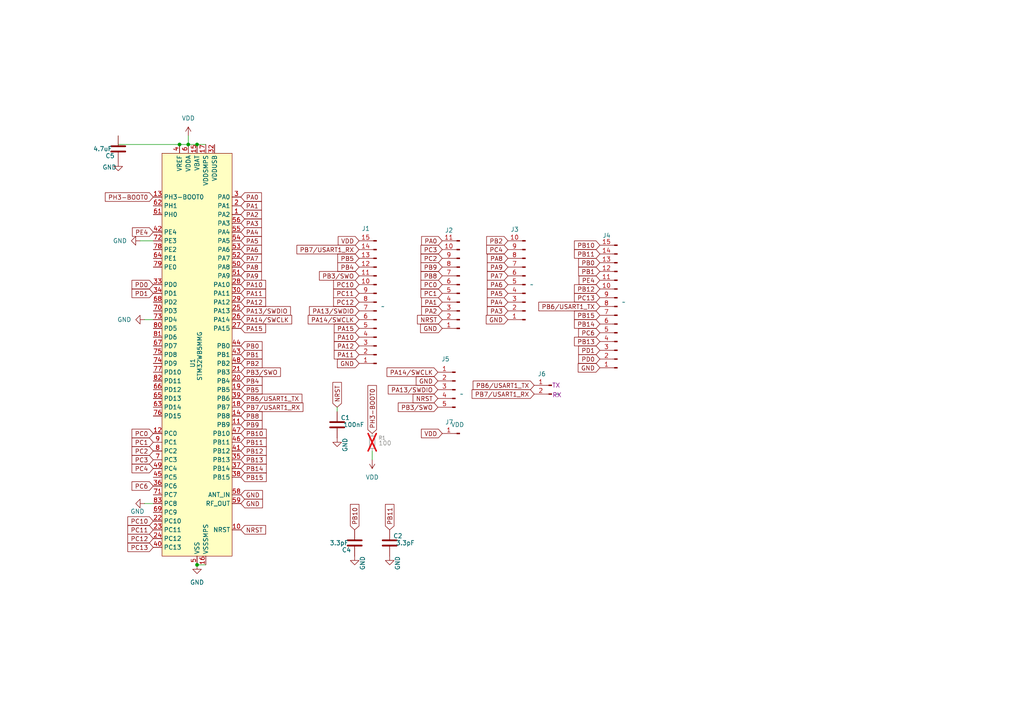
<source format=kicad_sch>
(kicad_sch
	(version 20250114)
	(generator "eeschema")
	(generator_version "9.0")
	(uuid "1da0723b-3d67-4b8c-9712-01b9e48aa53b")
	(paper "A4")
	(lib_symbols
		(symbol "Connector:Conn_01x01_Pin"
			(pin_names
				(offset 1.016)
				(hide yes)
			)
			(exclude_from_sim no)
			(in_bom yes)
			(on_board yes)
			(property "Reference" "J"
				(at 0 2.54 0)
				(effects
					(font
						(size 1.27 1.27)
					)
				)
			)
			(property "Value" "Conn_01x01_Pin"
				(at 0 -2.54 0)
				(effects
					(font
						(size 1.27 1.27)
					)
				)
			)
			(property "Footprint" ""
				(at 0 0 0)
				(effects
					(font
						(size 1.27 1.27)
					)
					(hide yes)
				)
			)
			(property "Datasheet" "~"
				(at 0 0 0)
				(effects
					(font
						(size 1.27 1.27)
					)
					(hide yes)
				)
			)
			(property "Description" "Generic connector, single row, 01x01, script generated"
				(at 0 0 0)
				(effects
					(font
						(size 1.27 1.27)
					)
					(hide yes)
				)
			)
			(property "ki_locked" ""
				(at 0 0 0)
				(effects
					(font
						(size 1.27 1.27)
					)
				)
			)
			(property "ki_keywords" "connector"
				(at 0 0 0)
				(effects
					(font
						(size 1.27 1.27)
					)
					(hide yes)
				)
			)
			(property "ki_fp_filters" "Connector*:*_1x??_*"
				(at 0 0 0)
				(effects
					(font
						(size 1.27 1.27)
					)
					(hide yes)
				)
			)
			(symbol "Conn_01x01_Pin_1_1"
				(rectangle
					(start 0.8636 0.127)
					(end 0 -0.127)
					(stroke
						(width 0.1524)
						(type default)
					)
					(fill
						(type outline)
					)
				)
				(polyline
					(pts
						(xy 1.27 0) (xy 0.8636 0)
					)
					(stroke
						(width 0.1524)
						(type default)
					)
					(fill
						(type none)
					)
				)
				(pin passive line
					(at 5.08 0 180)
					(length 3.81)
					(name "Pin_1"
						(effects
							(font
								(size 1.27 1.27)
							)
						)
					)
					(number "1"
						(effects
							(font
								(size 1.27 1.27)
							)
						)
					)
				)
			)
			(embedded_fonts no)
		)
		(symbol "Connector:Conn_01x02_Pin"
			(pin_names
				(offset 1.016)
				(hide yes)
			)
			(exclude_from_sim no)
			(in_bom yes)
			(on_board yes)
			(property "Reference" "J"
				(at 0 2.54 0)
				(effects
					(font
						(size 1.27 1.27)
					)
				)
			)
			(property "Value" "Conn_01x02_Pin"
				(at 0 -5.08 0)
				(effects
					(font
						(size 1.27 1.27)
					)
				)
			)
			(property "Footprint" ""
				(at 0 0 0)
				(effects
					(font
						(size 1.27 1.27)
					)
					(hide yes)
				)
			)
			(property "Datasheet" "~"
				(at 0 0 0)
				(effects
					(font
						(size 1.27 1.27)
					)
					(hide yes)
				)
			)
			(property "Description" "Generic connector, single row, 01x02, script generated"
				(at 0 0 0)
				(effects
					(font
						(size 1.27 1.27)
					)
					(hide yes)
				)
			)
			(property "ki_locked" ""
				(at 0 0 0)
				(effects
					(font
						(size 1.27 1.27)
					)
				)
			)
			(property "ki_keywords" "connector"
				(at 0 0 0)
				(effects
					(font
						(size 1.27 1.27)
					)
					(hide yes)
				)
			)
			(property "ki_fp_filters" "Connector*:*_1x??_*"
				(at 0 0 0)
				(effects
					(font
						(size 1.27 1.27)
					)
					(hide yes)
				)
			)
			(symbol "Conn_01x02_Pin_1_1"
				(rectangle
					(start 0.8636 0.127)
					(end 0 -0.127)
					(stroke
						(width 0.1524)
						(type default)
					)
					(fill
						(type outline)
					)
				)
				(rectangle
					(start 0.8636 -2.413)
					(end 0 -2.667)
					(stroke
						(width 0.1524)
						(type default)
					)
					(fill
						(type outline)
					)
				)
				(polyline
					(pts
						(xy 1.27 0) (xy 0.8636 0)
					)
					(stroke
						(width 0.1524)
						(type default)
					)
					(fill
						(type none)
					)
				)
				(polyline
					(pts
						(xy 1.27 -2.54) (xy 0.8636 -2.54)
					)
					(stroke
						(width 0.1524)
						(type default)
					)
					(fill
						(type none)
					)
				)
				(pin passive line
					(at 5.08 0 180)
					(length 3.81)
					(name "Pin_1"
						(effects
							(font
								(size 1.27 1.27)
							)
						)
					)
					(number "1"
						(effects
							(font
								(size 1.27 1.27)
							)
						)
					)
				)
				(pin passive line
					(at 5.08 -2.54 180)
					(length 3.81)
					(name "Pin_2"
						(effects
							(font
								(size 1.27 1.27)
							)
						)
					)
					(number "2"
						(effects
							(font
								(size 1.27 1.27)
							)
						)
					)
				)
			)
			(embedded_fonts no)
		)
		(symbol "Connector:Conn_01x05_Pin"
			(pin_names
				(offset 1.016)
				(hide yes)
			)
			(exclude_from_sim no)
			(in_bom yes)
			(on_board yes)
			(property "Reference" "J"
				(at 0 7.62 0)
				(effects
					(font
						(size 1.27 1.27)
					)
				)
			)
			(property "Value" "Conn_01x05_Pin"
				(at 0 -7.62 0)
				(effects
					(font
						(size 1.27 1.27)
					)
				)
			)
			(property "Footprint" ""
				(at 0 0 0)
				(effects
					(font
						(size 1.27 1.27)
					)
					(hide yes)
				)
			)
			(property "Datasheet" "~"
				(at 0 0 0)
				(effects
					(font
						(size 1.27 1.27)
					)
					(hide yes)
				)
			)
			(property "Description" "Generic connector, single row, 01x05, script generated"
				(at 0 0 0)
				(effects
					(font
						(size 1.27 1.27)
					)
					(hide yes)
				)
			)
			(property "ki_locked" ""
				(at 0 0 0)
				(effects
					(font
						(size 1.27 1.27)
					)
				)
			)
			(property "ki_keywords" "connector"
				(at 0 0 0)
				(effects
					(font
						(size 1.27 1.27)
					)
					(hide yes)
				)
			)
			(property "ki_fp_filters" "Connector*:*_1x??_*"
				(at 0 0 0)
				(effects
					(font
						(size 1.27 1.27)
					)
					(hide yes)
				)
			)
			(symbol "Conn_01x05_Pin_1_1"
				(rectangle
					(start 0.8636 5.207)
					(end 0 4.953)
					(stroke
						(width 0.1524)
						(type default)
					)
					(fill
						(type outline)
					)
				)
				(rectangle
					(start 0.8636 2.667)
					(end 0 2.413)
					(stroke
						(width 0.1524)
						(type default)
					)
					(fill
						(type outline)
					)
				)
				(rectangle
					(start 0.8636 0.127)
					(end 0 -0.127)
					(stroke
						(width 0.1524)
						(type default)
					)
					(fill
						(type outline)
					)
				)
				(rectangle
					(start 0.8636 -2.413)
					(end 0 -2.667)
					(stroke
						(width 0.1524)
						(type default)
					)
					(fill
						(type outline)
					)
				)
				(rectangle
					(start 0.8636 -4.953)
					(end 0 -5.207)
					(stroke
						(width 0.1524)
						(type default)
					)
					(fill
						(type outline)
					)
				)
				(polyline
					(pts
						(xy 1.27 5.08) (xy 0.8636 5.08)
					)
					(stroke
						(width 0.1524)
						(type default)
					)
					(fill
						(type none)
					)
				)
				(polyline
					(pts
						(xy 1.27 2.54) (xy 0.8636 2.54)
					)
					(stroke
						(width 0.1524)
						(type default)
					)
					(fill
						(type none)
					)
				)
				(polyline
					(pts
						(xy 1.27 0) (xy 0.8636 0)
					)
					(stroke
						(width 0.1524)
						(type default)
					)
					(fill
						(type none)
					)
				)
				(polyline
					(pts
						(xy 1.27 -2.54) (xy 0.8636 -2.54)
					)
					(stroke
						(width 0.1524)
						(type default)
					)
					(fill
						(type none)
					)
				)
				(polyline
					(pts
						(xy 1.27 -5.08) (xy 0.8636 -5.08)
					)
					(stroke
						(width 0.1524)
						(type default)
					)
					(fill
						(type none)
					)
				)
				(pin passive line
					(at 5.08 5.08 180)
					(length 3.81)
					(name "Pin_1"
						(effects
							(font
								(size 1.27 1.27)
							)
						)
					)
					(number "1"
						(effects
							(font
								(size 1.27 1.27)
							)
						)
					)
				)
				(pin passive line
					(at 5.08 2.54 180)
					(length 3.81)
					(name "Pin_2"
						(effects
							(font
								(size 1.27 1.27)
							)
						)
					)
					(number "2"
						(effects
							(font
								(size 1.27 1.27)
							)
						)
					)
				)
				(pin passive line
					(at 5.08 0 180)
					(length 3.81)
					(name "Pin_3"
						(effects
							(font
								(size 1.27 1.27)
							)
						)
					)
					(number "3"
						(effects
							(font
								(size 1.27 1.27)
							)
						)
					)
				)
				(pin passive line
					(at 5.08 -2.54 180)
					(length 3.81)
					(name "Pin_4"
						(effects
							(font
								(size 1.27 1.27)
							)
						)
					)
					(number "4"
						(effects
							(font
								(size 1.27 1.27)
							)
						)
					)
				)
				(pin passive line
					(at 5.08 -5.08 180)
					(length 3.81)
					(name "Pin_5"
						(effects
							(font
								(size 1.27 1.27)
							)
						)
					)
					(number "5"
						(effects
							(font
								(size 1.27 1.27)
							)
						)
					)
				)
			)
			(embedded_fonts no)
		)
		(symbol "Connector:Conn_01x10_Pin"
			(pin_names
				(offset 1.016)
				(hide yes)
			)
			(exclude_from_sim no)
			(in_bom yes)
			(on_board yes)
			(property "Reference" "J"
				(at 0 12.7 0)
				(effects
					(font
						(size 1.27 1.27)
					)
				)
			)
			(property "Value" "Conn_01x10_Pin"
				(at 0 -15.24 0)
				(effects
					(font
						(size 1.27 1.27)
					)
				)
			)
			(property "Footprint" ""
				(at 0 0 0)
				(effects
					(font
						(size 1.27 1.27)
					)
					(hide yes)
				)
			)
			(property "Datasheet" "~"
				(at 0 0 0)
				(effects
					(font
						(size 1.27 1.27)
					)
					(hide yes)
				)
			)
			(property "Description" "Generic connector, single row, 01x10, script generated"
				(at 0 0 0)
				(effects
					(font
						(size 1.27 1.27)
					)
					(hide yes)
				)
			)
			(property "ki_locked" ""
				(at 0 0 0)
				(effects
					(font
						(size 1.27 1.27)
					)
				)
			)
			(property "ki_keywords" "connector"
				(at 0 0 0)
				(effects
					(font
						(size 1.27 1.27)
					)
					(hide yes)
				)
			)
			(property "ki_fp_filters" "Connector*:*_1x??_*"
				(at 0 0 0)
				(effects
					(font
						(size 1.27 1.27)
					)
					(hide yes)
				)
			)
			(symbol "Conn_01x10_Pin_1_1"
				(rectangle
					(start 0.8636 10.287)
					(end 0 10.033)
					(stroke
						(width 0.1524)
						(type default)
					)
					(fill
						(type outline)
					)
				)
				(rectangle
					(start 0.8636 7.747)
					(end 0 7.493)
					(stroke
						(width 0.1524)
						(type default)
					)
					(fill
						(type outline)
					)
				)
				(rectangle
					(start 0.8636 5.207)
					(end 0 4.953)
					(stroke
						(width 0.1524)
						(type default)
					)
					(fill
						(type outline)
					)
				)
				(rectangle
					(start 0.8636 2.667)
					(end 0 2.413)
					(stroke
						(width 0.1524)
						(type default)
					)
					(fill
						(type outline)
					)
				)
				(rectangle
					(start 0.8636 0.127)
					(end 0 -0.127)
					(stroke
						(width 0.1524)
						(type default)
					)
					(fill
						(type outline)
					)
				)
				(rectangle
					(start 0.8636 -2.413)
					(end 0 -2.667)
					(stroke
						(width 0.1524)
						(type default)
					)
					(fill
						(type outline)
					)
				)
				(rectangle
					(start 0.8636 -4.953)
					(end 0 -5.207)
					(stroke
						(width 0.1524)
						(type default)
					)
					(fill
						(type outline)
					)
				)
				(rectangle
					(start 0.8636 -7.493)
					(end 0 -7.747)
					(stroke
						(width 0.1524)
						(type default)
					)
					(fill
						(type outline)
					)
				)
				(rectangle
					(start 0.8636 -10.033)
					(end 0 -10.287)
					(stroke
						(width 0.1524)
						(type default)
					)
					(fill
						(type outline)
					)
				)
				(rectangle
					(start 0.8636 -12.573)
					(end 0 -12.827)
					(stroke
						(width 0.1524)
						(type default)
					)
					(fill
						(type outline)
					)
				)
				(polyline
					(pts
						(xy 1.27 10.16) (xy 0.8636 10.16)
					)
					(stroke
						(width 0.1524)
						(type default)
					)
					(fill
						(type none)
					)
				)
				(polyline
					(pts
						(xy 1.27 7.62) (xy 0.8636 7.62)
					)
					(stroke
						(width 0.1524)
						(type default)
					)
					(fill
						(type none)
					)
				)
				(polyline
					(pts
						(xy 1.27 5.08) (xy 0.8636 5.08)
					)
					(stroke
						(width 0.1524)
						(type default)
					)
					(fill
						(type none)
					)
				)
				(polyline
					(pts
						(xy 1.27 2.54) (xy 0.8636 2.54)
					)
					(stroke
						(width 0.1524)
						(type default)
					)
					(fill
						(type none)
					)
				)
				(polyline
					(pts
						(xy 1.27 0) (xy 0.8636 0)
					)
					(stroke
						(width 0.1524)
						(type default)
					)
					(fill
						(type none)
					)
				)
				(polyline
					(pts
						(xy 1.27 -2.54) (xy 0.8636 -2.54)
					)
					(stroke
						(width 0.1524)
						(type default)
					)
					(fill
						(type none)
					)
				)
				(polyline
					(pts
						(xy 1.27 -5.08) (xy 0.8636 -5.08)
					)
					(stroke
						(width 0.1524)
						(type default)
					)
					(fill
						(type none)
					)
				)
				(polyline
					(pts
						(xy 1.27 -7.62) (xy 0.8636 -7.62)
					)
					(stroke
						(width 0.1524)
						(type default)
					)
					(fill
						(type none)
					)
				)
				(polyline
					(pts
						(xy 1.27 -10.16) (xy 0.8636 -10.16)
					)
					(stroke
						(width 0.1524)
						(type default)
					)
					(fill
						(type none)
					)
				)
				(polyline
					(pts
						(xy 1.27 -12.7) (xy 0.8636 -12.7)
					)
					(stroke
						(width 0.1524)
						(type default)
					)
					(fill
						(type none)
					)
				)
				(pin passive line
					(at 5.08 10.16 180)
					(length 3.81)
					(name "Pin_1"
						(effects
							(font
								(size 1.27 1.27)
							)
						)
					)
					(number "1"
						(effects
							(font
								(size 1.27 1.27)
							)
						)
					)
				)
				(pin passive line
					(at 5.08 7.62 180)
					(length 3.81)
					(name "Pin_2"
						(effects
							(font
								(size 1.27 1.27)
							)
						)
					)
					(number "2"
						(effects
							(font
								(size 1.27 1.27)
							)
						)
					)
				)
				(pin passive line
					(at 5.08 5.08 180)
					(length 3.81)
					(name "Pin_3"
						(effects
							(font
								(size 1.27 1.27)
							)
						)
					)
					(number "3"
						(effects
							(font
								(size 1.27 1.27)
							)
						)
					)
				)
				(pin passive line
					(at 5.08 2.54 180)
					(length 3.81)
					(name "Pin_4"
						(effects
							(font
								(size 1.27 1.27)
							)
						)
					)
					(number "4"
						(effects
							(font
								(size 1.27 1.27)
							)
						)
					)
				)
				(pin passive line
					(at 5.08 0 180)
					(length 3.81)
					(name "Pin_5"
						(effects
							(font
								(size 1.27 1.27)
							)
						)
					)
					(number "5"
						(effects
							(font
								(size 1.27 1.27)
							)
						)
					)
				)
				(pin passive line
					(at 5.08 -2.54 180)
					(length 3.81)
					(name "Pin_6"
						(effects
							(font
								(size 1.27 1.27)
							)
						)
					)
					(number "6"
						(effects
							(font
								(size 1.27 1.27)
							)
						)
					)
				)
				(pin passive line
					(at 5.08 -5.08 180)
					(length 3.81)
					(name "Pin_7"
						(effects
							(font
								(size 1.27 1.27)
							)
						)
					)
					(number "7"
						(effects
							(font
								(size 1.27 1.27)
							)
						)
					)
				)
				(pin passive line
					(at 5.08 -7.62 180)
					(length 3.81)
					(name "Pin_8"
						(effects
							(font
								(size 1.27 1.27)
							)
						)
					)
					(number "8"
						(effects
							(font
								(size 1.27 1.27)
							)
						)
					)
				)
				(pin passive line
					(at 5.08 -10.16 180)
					(length 3.81)
					(name "Pin_9"
						(effects
							(font
								(size 1.27 1.27)
							)
						)
					)
					(number "9"
						(effects
							(font
								(size 1.27 1.27)
							)
						)
					)
				)
				(pin passive line
					(at 5.08 -12.7 180)
					(length 3.81)
					(name "Pin_10"
						(effects
							(font
								(size 1.27 1.27)
							)
						)
					)
					(number "10"
						(effects
							(font
								(size 1.27 1.27)
							)
						)
					)
				)
			)
			(embedded_fonts no)
		)
		(symbol "Connector:Conn_01x11_Pin"
			(pin_names
				(offset 1.016)
				(hide yes)
			)
			(exclude_from_sim no)
			(in_bom yes)
			(on_board yes)
			(property "Reference" "J"
				(at 0 15.24 0)
				(effects
					(font
						(size 1.27 1.27)
					)
				)
			)
			(property "Value" "Conn_01x11_Pin"
				(at 0 -15.24 0)
				(effects
					(font
						(size 1.27 1.27)
					)
				)
			)
			(property "Footprint" ""
				(at 0 0 0)
				(effects
					(font
						(size 1.27 1.27)
					)
					(hide yes)
				)
			)
			(property "Datasheet" "~"
				(at 0 0 0)
				(effects
					(font
						(size 1.27 1.27)
					)
					(hide yes)
				)
			)
			(property "Description" "Generic connector, single row, 01x11, script generated"
				(at 0 0 0)
				(effects
					(font
						(size 1.27 1.27)
					)
					(hide yes)
				)
			)
			(property "ki_locked" ""
				(at 0 0 0)
				(effects
					(font
						(size 1.27 1.27)
					)
				)
			)
			(property "ki_keywords" "connector"
				(at 0 0 0)
				(effects
					(font
						(size 1.27 1.27)
					)
					(hide yes)
				)
			)
			(property "ki_fp_filters" "Connector*:*_1x??_*"
				(at 0 0 0)
				(effects
					(font
						(size 1.27 1.27)
					)
					(hide yes)
				)
			)
			(symbol "Conn_01x11_Pin_1_1"
				(rectangle
					(start 0.8636 12.827)
					(end 0 12.573)
					(stroke
						(width 0.1524)
						(type default)
					)
					(fill
						(type outline)
					)
				)
				(rectangle
					(start 0.8636 10.287)
					(end 0 10.033)
					(stroke
						(width 0.1524)
						(type default)
					)
					(fill
						(type outline)
					)
				)
				(rectangle
					(start 0.8636 7.747)
					(end 0 7.493)
					(stroke
						(width 0.1524)
						(type default)
					)
					(fill
						(type outline)
					)
				)
				(rectangle
					(start 0.8636 5.207)
					(end 0 4.953)
					(stroke
						(width 0.1524)
						(type default)
					)
					(fill
						(type outline)
					)
				)
				(rectangle
					(start 0.8636 2.667)
					(end 0 2.413)
					(stroke
						(width 0.1524)
						(type default)
					)
					(fill
						(type outline)
					)
				)
				(rectangle
					(start 0.8636 0.127)
					(end 0 -0.127)
					(stroke
						(width 0.1524)
						(type default)
					)
					(fill
						(type outline)
					)
				)
				(rectangle
					(start 0.8636 -2.413)
					(end 0 -2.667)
					(stroke
						(width 0.1524)
						(type default)
					)
					(fill
						(type outline)
					)
				)
				(rectangle
					(start 0.8636 -4.953)
					(end 0 -5.207)
					(stroke
						(width 0.1524)
						(type default)
					)
					(fill
						(type outline)
					)
				)
				(rectangle
					(start 0.8636 -7.493)
					(end 0 -7.747)
					(stroke
						(width 0.1524)
						(type default)
					)
					(fill
						(type outline)
					)
				)
				(rectangle
					(start 0.8636 -10.033)
					(end 0 -10.287)
					(stroke
						(width 0.1524)
						(type default)
					)
					(fill
						(type outline)
					)
				)
				(rectangle
					(start 0.8636 -12.573)
					(end 0 -12.827)
					(stroke
						(width 0.1524)
						(type default)
					)
					(fill
						(type outline)
					)
				)
				(polyline
					(pts
						(xy 1.27 12.7) (xy 0.8636 12.7)
					)
					(stroke
						(width 0.1524)
						(type default)
					)
					(fill
						(type none)
					)
				)
				(polyline
					(pts
						(xy 1.27 10.16) (xy 0.8636 10.16)
					)
					(stroke
						(width 0.1524)
						(type default)
					)
					(fill
						(type none)
					)
				)
				(polyline
					(pts
						(xy 1.27 7.62) (xy 0.8636 7.62)
					)
					(stroke
						(width 0.1524)
						(type default)
					)
					(fill
						(type none)
					)
				)
				(polyline
					(pts
						(xy 1.27 5.08) (xy 0.8636 5.08)
					)
					(stroke
						(width 0.1524)
						(type default)
					)
					(fill
						(type none)
					)
				)
				(polyline
					(pts
						(xy 1.27 2.54) (xy 0.8636 2.54)
					)
					(stroke
						(width 0.1524)
						(type default)
					)
					(fill
						(type none)
					)
				)
				(polyline
					(pts
						(xy 1.27 0) (xy 0.8636 0)
					)
					(stroke
						(width 0.1524)
						(type default)
					)
					(fill
						(type none)
					)
				)
				(polyline
					(pts
						(xy 1.27 -2.54) (xy 0.8636 -2.54)
					)
					(stroke
						(width 0.1524)
						(type default)
					)
					(fill
						(type none)
					)
				)
				(polyline
					(pts
						(xy 1.27 -5.08) (xy 0.8636 -5.08)
					)
					(stroke
						(width 0.1524)
						(type default)
					)
					(fill
						(type none)
					)
				)
				(polyline
					(pts
						(xy 1.27 -7.62) (xy 0.8636 -7.62)
					)
					(stroke
						(width 0.1524)
						(type default)
					)
					(fill
						(type none)
					)
				)
				(polyline
					(pts
						(xy 1.27 -10.16) (xy 0.8636 -10.16)
					)
					(stroke
						(width 0.1524)
						(type default)
					)
					(fill
						(type none)
					)
				)
				(polyline
					(pts
						(xy 1.27 -12.7) (xy 0.8636 -12.7)
					)
					(stroke
						(width 0.1524)
						(type default)
					)
					(fill
						(type none)
					)
				)
				(pin passive line
					(at 5.08 12.7 180)
					(length 3.81)
					(name "Pin_1"
						(effects
							(font
								(size 1.27 1.27)
							)
						)
					)
					(number "1"
						(effects
							(font
								(size 1.27 1.27)
							)
						)
					)
				)
				(pin passive line
					(at 5.08 10.16 180)
					(length 3.81)
					(name "Pin_2"
						(effects
							(font
								(size 1.27 1.27)
							)
						)
					)
					(number "2"
						(effects
							(font
								(size 1.27 1.27)
							)
						)
					)
				)
				(pin passive line
					(at 5.08 7.62 180)
					(length 3.81)
					(name "Pin_3"
						(effects
							(font
								(size 1.27 1.27)
							)
						)
					)
					(number "3"
						(effects
							(font
								(size 1.27 1.27)
							)
						)
					)
				)
				(pin passive line
					(at 5.08 5.08 180)
					(length 3.81)
					(name "Pin_4"
						(effects
							(font
								(size 1.27 1.27)
							)
						)
					)
					(number "4"
						(effects
							(font
								(size 1.27 1.27)
							)
						)
					)
				)
				(pin passive line
					(at 5.08 2.54 180)
					(length 3.81)
					(name "Pin_5"
						(effects
							(font
								(size 1.27 1.27)
							)
						)
					)
					(number "5"
						(effects
							(font
								(size 1.27 1.27)
							)
						)
					)
				)
				(pin passive line
					(at 5.08 0 180)
					(length 3.81)
					(name "Pin_6"
						(effects
							(font
								(size 1.27 1.27)
							)
						)
					)
					(number "6"
						(effects
							(font
								(size 1.27 1.27)
							)
						)
					)
				)
				(pin passive line
					(at 5.08 -2.54 180)
					(length 3.81)
					(name "Pin_7"
						(effects
							(font
								(size 1.27 1.27)
							)
						)
					)
					(number "7"
						(effects
							(font
								(size 1.27 1.27)
							)
						)
					)
				)
				(pin passive line
					(at 5.08 -5.08 180)
					(length 3.81)
					(name "Pin_8"
						(effects
							(font
								(size 1.27 1.27)
							)
						)
					)
					(number "8"
						(effects
							(font
								(size 1.27 1.27)
							)
						)
					)
				)
				(pin passive line
					(at 5.08 -7.62 180)
					(length 3.81)
					(name "Pin_9"
						(effects
							(font
								(size 1.27 1.27)
							)
						)
					)
					(number "9"
						(effects
							(font
								(size 1.27 1.27)
							)
						)
					)
				)
				(pin passive line
					(at 5.08 -10.16 180)
					(length 3.81)
					(name "Pin_10"
						(effects
							(font
								(size 1.27 1.27)
							)
						)
					)
					(number "10"
						(effects
							(font
								(size 1.27 1.27)
							)
						)
					)
				)
				(pin passive line
					(at 5.08 -12.7 180)
					(length 3.81)
					(name "Pin_11"
						(effects
							(font
								(size 1.27 1.27)
							)
						)
					)
					(number "11"
						(effects
							(font
								(size 1.27 1.27)
							)
						)
					)
				)
			)
			(embedded_fonts no)
		)
		(symbol "Connector:Conn_01x15_Pin"
			(pin_names
				(offset 1.016)
				(hide yes)
			)
			(exclude_from_sim no)
			(in_bom yes)
			(on_board yes)
			(property "Reference" "J"
				(at 0 20.32 0)
				(effects
					(font
						(size 1.27 1.27)
					)
				)
			)
			(property "Value" "Conn_01x15_Pin"
				(at 0 -20.32 0)
				(effects
					(font
						(size 1.27 1.27)
					)
				)
			)
			(property "Footprint" ""
				(at 0 0 0)
				(effects
					(font
						(size 1.27 1.27)
					)
					(hide yes)
				)
			)
			(property "Datasheet" "~"
				(at 0 0 0)
				(effects
					(font
						(size 1.27 1.27)
					)
					(hide yes)
				)
			)
			(property "Description" "Generic connector, single row, 01x15, script generated"
				(at 0 0 0)
				(effects
					(font
						(size 1.27 1.27)
					)
					(hide yes)
				)
			)
			(property "ki_locked" ""
				(at 0 0 0)
				(effects
					(font
						(size 1.27 1.27)
					)
				)
			)
			(property "ki_keywords" "connector"
				(at 0 0 0)
				(effects
					(font
						(size 1.27 1.27)
					)
					(hide yes)
				)
			)
			(property "ki_fp_filters" "Connector*:*_1x??_*"
				(at 0 0 0)
				(effects
					(font
						(size 1.27 1.27)
					)
					(hide yes)
				)
			)
			(symbol "Conn_01x15_Pin_1_1"
				(rectangle
					(start 0.8636 17.907)
					(end 0 17.653)
					(stroke
						(width 0.1524)
						(type default)
					)
					(fill
						(type outline)
					)
				)
				(rectangle
					(start 0.8636 15.367)
					(end 0 15.113)
					(stroke
						(width 0.1524)
						(type default)
					)
					(fill
						(type outline)
					)
				)
				(rectangle
					(start 0.8636 12.827)
					(end 0 12.573)
					(stroke
						(width 0.1524)
						(type default)
					)
					(fill
						(type outline)
					)
				)
				(rectangle
					(start 0.8636 10.287)
					(end 0 10.033)
					(stroke
						(width 0.1524)
						(type default)
					)
					(fill
						(type outline)
					)
				)
				(rectangle
					(start 0.8636 7.747)
					(end 0 7.493)
					(stroke
						(width 0.1524)
						(type default)
					)
					(fill
						(type outline)
					)
				)
				(rectangle
					(start 0.8636 5.207)
					(end 0 4.953)
					(stroke
						(width 0.1524)
						(type default)
					)
					(fill
						(type outline)
					)
				)
				(rectangle
					(start 0.8636 2.667)
					(end 0 2.413)
					(stroke
						(width 0.1524)
						(type default)
					)
					(fill
						(type outline)
					)
				)
				(rectangle
					(start 0.8636 0.127)
					(end 0 -0.127)
					(stroke
						(width 0.1524)
						(type default)
					)
					(fill
						(type outline)
					)
				)
				(rectangle
					(start 0.8636 -2.413)
					(end 0 -2.667)
					(stroke
						(width 0.1524)
						(type default)
					)
					(fill
						(type outline)
					)
				)
				(rectangle
					(start 0.8636 -4.953)
					(end 0 -5.207)
					(stroke
						(width 0.1524)
						(type default)
					)
					(fill
						(type outline)
					)
				)
				(rectangle
					(start 0.8636 -7.493)
					(end 0 -7.747)
					(stroke
						(width 0.1524)
						(type default)
					)
					(fill
						(type outline)
					)
				)
				(rectangle
					(start 0.8636 -10.033)
					(end 0 -10.287)
					(stroke
						(width 0.1524)
						(type default)
					)
					(fill
						(type outline)
					)
				)
				(rectangle
					(start 0.8636 -12.573)
					(end 0 -12.827)
					(stroke
						(width 0.1524)
						(type default)
					)
					(fill
						(type outline)
					)
				)
				(rectangle
					(start 0.8636 -15.113)
					(end 0 -15.367)
					(stroke
						(width 0.1524)
						(type default)
					)
					(fill
						(type outline)
					)
				)
				(rectangle
					(start 0.8636 -17.653)
					(end 0 -17.907)
					(stroke
						(width 0.1524)
						(type default)
					)
					(fill
						(type outline)
					)
				)
				(polyline
					(pts
						(xy 1.27 17.78) (xy 0.8636 17.78)
					)
					(stroke
						(width 0.1524)
						(type default)
					)
					(fill
						(type none)
					)
				)
				(polyline
					(pts
						(xy 1.27 15.24) (xy 0.8636 15.24)
					)
					(stroke
						(width 0.1524)
						(type default)
					)
					(fill
						(type none)
					)
				)
				(polyline
					(pts
						(xy 1.27 12.7) (xy 0.8636 12.7)
					)
					(stroke
						(width 0.1524)
						(type default)
					)
					(fill
						(type none)
					)
				)
				(polyline
					(pts
						(xy 1.27 10.16) (xy 0.8636 10.16)
					)
					(stroke
						(width 0.1524)
						(type default)
					)
					(fill
						(type none)
					)
				)
				(polyline
					(pts
						(xy 1.27 7.62) (xy 0.8636 7.62)
					)
					(stroke
						(width 0.1524)
						(type default)
					)
					(fill
						(type none)
					)
				)
				(polyline
					(pts
						(xy 1.27 5.08) (xy 0.8636 5.08)
					)
					(stroke
						(width 0.1524)
						(type default)
					)
					(fill
						(type none)
					)
				)
				(polyline
					(pts
						(xy 1.27 2.54) (xy 0.8636 2.54)
					)
					(stroke
						(width 0.1524)
						(type default)
					)
					(fill
						(type none)
					)
				)
				(polyline
					(pts
						(xy 1.27 0) (xy 0.8636 0)
					)
					(stroke
						(width 0.1524)
						(type default)
					)
					(fill
						(type none)
					)
				)
				(polyline
					(pts
						(xy 1.27 -2.54) (xy 0.8636 -2.54)
					)
					(stroke
						(width 0.1524)
						(type default)
					)
					(fill
						(type none)
					)
				)
				(polyline
					(pts
						(xy 1.27 -5.08) (xy 0.8636 -5.08)
					)
					(stroke
						(width 0.1524)
						(type default)
					)
					(fill
						(type none)
					)
				)
				(polyline
					(pts
						(xy 1.27 -7.62) (xy 0.8636 -7.62)
					)
					(stroke
						(width 0.1524)
						(type default)
					)
					(fill
						(type none)
					)
				)
				(polyline
					(pts
						(xy 1.27 -10.16) (xy 0.8636 -10.16)
					)
					(stroke
						(width 0.1524)
						(type default)
					)
					(fill
						(type none)
					)
				)
				(polyline
					(pts
						(xy 1.27 -12.7) (xy 0.8636 -12.7)
					)
					(stroke
						(width 0.1524)
						(type default)
					)
					(fill
						(type none)
					)
				)
				(polyline
					(pts
						(xy 1.27 -15.24) (xy 0.8636 -15.24)
					)
					(stroke
						(width 0.1524)
						(type default)
					)
					(fill
						(type none)
					)
				)
				(polyline
					(pts
						(xy 1.27 -17.78) (xy 0.8636 -17.78)
					)
					(stroke
						(width 0.1524)
						(type default)
					)
					(fill
						(type none)
					)
				)
				(pin passive line
					(at 5.08 17.78 180)
					(length 3.81)
					(name "Pin_1"
						(effects
							(font
								(size 1.27 1.27)
							)
						)
					)
					(number "1"
						(effects
							(font
								(size 1.27 1.27)
							)
						)
					)
				)
				(pin passive line
					(at 5.08 15.24 180)
					(length 3.81)
					(name "Pin_2"
						(effects
							(font
								(size 1.27 1.27)
							)
						)
					)
					(number "2"
						(effects
							(font
								(size 1.27 1.27)
							)
						)
					)
				)
				(pin passive line
					(at 5.08 12.7 180)
					(length 3.81)
					(name "Pin_3"
						(effects
							(font
								(size 1.27 1.27)
							)
						)
					)
					(number "3"
						(effects
							(font
								(size 1.27 1.27)
							)
						)
					)
				)
				(pin passive line
					(at 5.08 10.16 180)
					(length 3.81)
					(name "Pin_4"
						(effects
							(font
								(size 1.27 1.27)
							)
						)
					)
					(number "4"
						(effects
							(font
								(size 1.27 1.27)
							)
						)
					)
				)
				(pin passive line
					(at 5.08 7.62 180)
					(length 3.81)
					(name "Pin_5"
						(effects
							(font
								(size 1.27 1.27)
							)
						)
					)
					(number "5"
						(effects
							(font
								(size 1.27 1.27)
							)
						)
					)
				)
				(pin passive line
					(at 5.08 5.08 180)
					(length 3.81)
					(name "Pin_6"
						(effects
							(font
								(size 1.27 1.27)
							)
						)
					)
					(number "6"
						(effects
							(font
								(size 1.27 1.27)
							)
						)
					)
				)
				(pin passive line
					(at 5.08 2.54 180)
					(length 3.81)
					(name "Pin_7"
						(effects
							(font
								(size 1.27 1.27)
							)
						)
					)
					(number "7"
						(effects
							(font
								(size 1.27 1.27)
							)
						)
					)
				)
				(pin passive line
					(at 5.08 0 180)
					(length 3.81)
					(name "Pin_8"
						(effects
							(font
								(size 1.27 1.27)
							)
						)
					)
					(number "8"
						(effects
							(font
								(size 1.27 1.27)
							)
						)
					)
				)
				(pin passive line
					(at 5.08 -2.54 180)
					(length 3.81)
					(name "Pin_9"
						(effects
							(font
								(size 1.27 1.27)
							)
						)
					)
					(number "9"
						(effects
							(font
								(size 1.27 1.27)
							)
						)
					)
				)
				(pin passive line
					(at 5.08 -5.08 180)
					(length 3.81)
					(name "Pin_10"
						(effects
							(font
								(size 1.27 1.27)
							)
						)
					)
					(number "10"
						(effects
							(font
								(size 1.27 1.27)
							)
						)
					)
				)
				(pin passive line
					(at 5.08 -7.62 180)
					(length 3.81)
					(name "Pin_11"
						(effects
							(font
								(size 1.27 1.27)
							)
						)
					)
					(number "11"
						(effects
							(font
								(size 1.27 1.27)
							)
						)
					)
				)
				(pin passive line
					(at 5.08 -10.16 180)
					(length 3.81)
					(name "Pin_12"
						(effects
							(font
								(size 1.27 1.27)
							)
						)
					)
					(number "12"
						(effects
							(font
								(size 1.27 1.27)
							)
						)
					)
				)
				(pin passive line
					(at 5.08 -12.7 180)
					(length 3.81)
					(name "Pin_13"
						(effects
							(font
								(size 1.27 1.27)
							)
						)
					)
					(number "13"
						(effects
							(font
								(size 1.27 1.27)
							)
						)
					)
				)
				(pin passive line
					(at 5.08 -15.24 180)
					(length 3.81)
					(name "Pin_14"
						(effects
							(font
								(size 1.27 1.27)
							)
						)
					)
					(number "14"
						(effects
							(font
								(size 1.27 1.27)
							)
						)
					)
				)
				(pin passive line
					(at 5.08 -17.78 180)
					(length 3.81)
					(name "Pin_15"
						(effects
							(font
								(size 1.27 1.27)
							)
						)
					)
					(number "15"
						(effects
							(font
								(size 1.27 1.27)
							)
						)
					)
				)
			)
			(embedded_fonts no)
		)
		(symbol "Device:C"
			(pin_numbers
				(hide yes)
			)
			(pin_names
				(offset 0.254)
			)
			(exclude_from_sim no)
			(in_bom yes)
			(on_board yes)
			(property "Reference" "C"
				(at 0.635 2.54 0)
				(effects
					(font
						(size 1.27 1.27)
					)
					(justify left)
				)
			)
			(property "Value" "C"
				(at 0.635 -2.54 0)
				(effects
					(font
						(size 1.27 1.27)
					)
					(justify left)
				)
			)
			(property "Footprint" ""
				(at 0.9652 -3.81 0)
				(effects
					(font
						(size 1.27 1.27)
					)
					(hide yes)
				)
			)
			(property "Datasheet" "~"
				(at 0 0 0)
				(effects
					(font
						(size 1.27 1.27)
					)
					(hide yes)
				)
			)
			(property "Description" "Unpolarized capacitor"
				(at 0 0 0)
				(effects
					(font
						(size 1.27 1.27)
					)
					(hide yes)
				)
			)
			(property "ki_keywords" "cap capacitor"
				(at 0 0 0)
				(effects
					(font
						(size 1.27 1.27)
					)
					(hide yes)
				)
			)
			(property "ki_fp_filters" "C_*"
				(at 0 0 0)
				(effects
					(font
						(size 1.27 1.27)
					)
					(hide yes)
				)
			)
			(symbol "C_0_1"
				(polyline
					(pts
						(xy -2.032 0.762) (xy 2.032 0.762)
					)
					(stroke
						(width 0.508)
						(type default)
					)
					(fill
						(type none)
					)
				)
				(polyline
					(pts
						(xy -2.032 -0.762) (xy 2.032 -0.762)
					)
					(stroke
						(width 0.508)
						(type default)
					)
					(fill
						(type none)
					)
				)
			)
			(symbol "C_1_1"
				(pin passive line
					(at 0 3.81 270)
					(length 2.794)
					(name "~"
						(effects
							(font
								(size 1.27 1.27)
							)
						)
					)
					(number "1"
						(effects
							(font
								(size 1.27 1.27)
							)
						)
					)
				)
				(pin passive line
					(at 0 -3.81 90)
					(length 2.794)
					(name "~"
						(effects
							(font
								(size 1.27 1.27)
							)
						)
					)
					(number "2"
						(effects
							(font
								(size 1.27 1.27)
							)
						)
					)
				)
			)
			(embedded_fonts no)
		)
		(symbol "Device:R_Small"
			(pin_numbers
				(hide yes)
			)
			(pin_names
				(offset 0.254)
				(hide yes)
			)
			(exclude_from_sim no)
			(in_bom yes)
			(on_board yes)
			(property "Reference" "R"
				(at 0 0 90)
				(effects
					(font
						(size 1.016 1.016)
					)
				)
			)
			(property "Value" "R_Small"
				(at 1.778 0 90)
				(effects
					(font
						(size 1.27 1.27)
					)
				)
			)
			(property "Footprint" ""
				(at 0 0 0)
				(effects
					(font
						(size 1.27 1.27)
					)
					(hide yes)
				)
			)
			(property "Datasheet" "~"
				(at 0 0 0)
				(effects
					(font
						(size 1.27 1.27)
					)
					(hide yes)
				)
			)
			(property "Description" "Resistor, small symbol"
				(at 0 0 0)
				(effects
					(font
						(size 1.27 1.27)
					)
					(hide yes)
				)
			)
			(property "ki_keywords" "R resistor"
				(at 0 0 0)
				(effects
					(font
						(size 1.27 1.27)
					)
					(hide yes)
				)
			)
			(property "ki_fp_filters" "R_*"
				(at 0 0 0)
				(effects
					(font
						(size 1.27 1.27)
					)
					(hide yes)
				)
			)
			(symbol "R_Small_0_1"
				(rectangle
					(start -0.762 1.778)
					(end 0.762 -1.778)
					(stroke
						(width 0.2032)
						(type default)
					)
					(fill
						(type none)
					)
				)
			)
			(symbol "R_Small_1_1"
				(pin passive line
					(at 0 2.54 270)
					(length 0.762)
					(name "~"
						(effects
							(font
								(size 1.27 1.27)
							)
						)
					)
					(number "1"
						(effects
							(font
								(size 1.27 1.27)
							)
						)
					)
				)
				(pin passive line
					(at 0 -2.54 90)
					(length 0.762)
					(name "~"
						(effects
							(font
								(size 1.27 1.27)
							)
						)
					)
					(number "2"
						(effects
							(font
								(size 1.27 1.27)
							)
						)
					)
				)
			)
			(embedded_fonts no)
		)
		(symbol "RF_Module:STM32WB5MMG"
			(exclude_from_sim no)
			(in_bom yes)
			(on_board yes)
			(property "Reference" "U"
				(at 7.62 59.69 0)
				(effects
					(font
						(size 1.27 1.27)
					)
				)
			)
			(property "Value" "STM32WB5MMG"
				(at 10.16 -59.69 0)
				(effects
					(font
						(size 1.27 1.27)
					)
				)
			)
			(property "Footprint" "RF_Module:ST-SiP-LGA-86-11x7.3mm"
				(at 0 -2.54 0)
				(effects
					(font
						(size 1.27 1.27)
					)
					(hide yes)
				)
			)
			(property "Datasheet" "https://www.st.com/resource/en/datasheet/stm32wb5mmg.pdf"
				(at 0 0 0)
				(effects
					(font
						(size 1.27 1.27)
					)
					(hide yes)
				)
			)
			(property "Description" "ST Microelectronics STM32WB55VG ARM Cortex Bluetooth Low Energy 5.0, Zigbee and 802.15.4 module, 1 MB Flash, 256kb RAM, Fully integrated BOM"
				(at 0 0 0)
				(effects
					(font
						(size 1.27 1.27)
					)
					(hide yes)
				)
			)
			(property "ki_keywords" "bluetooth bluetooth5 bluetooth5.0 802.15.4 zigbee module stm32 rf ARM Cortex-M3 Cortex-M0+"
				(at 0 0 0)
				(effects
					(font
						(size 1.27 1.27)
					)
					(hide yes)
				)
			)
			(property "ki_fp_filters" "RF?Module:ST?SiP?LGA?86?11x7.3mm*"
				(at 0 0 0)
				(effects
					(font
						(size 1.27 1.27)
					)
					(hide yes)
				)
			)
			(symbol "STM32WB5MMG_1_1"
				(rectangle
					(start -10.16 58.42)
					(end 10.16 -58.42)
					(stroke
						(width 0)
						(type default)
					)
					(fill
						(type background)
					)
				)
				(pin bidirectional line
					(at -12.7 45.72 0)
					(length 2.54)
					(name "PH3-BOOT0"
						(effects
							(font
								(size 1.27 1.27)
							)
						)
					)
					(number "13"
						(effects
							(font
								(size 1.27 1.27)
							)
						)
					)
				)
				(pin bidirectional line
					(at -12.7 43.18 0)
					(length 2.54)
					(name "PH1"
						(effects
							(font
								(size 1.27 1.27)
							)
						)
					)
					(number "62"
						(effects
							(font
								(size 1.27 1.27)
							)
						)
					)
				)
				(pin bidirectional line
					(at -12.7 40.64 0)
					(length 2.54)
					(name "PH0"
						(effects
							(font
								(size 1.27 1.27)
							)
						)
					)
					(number "61"
						(effects
							(font
								(size 1.27 1.27)
							)
						)
					)
				)
				(pin bidirectional line
					(at -12.7 35.56 0)
					(length 2.54)
					(name "PE4"
						(effects
							(font
								(size 1.27 1.27)
							)
						)
					)
					(number "42"
						(effects
							(font
								(size 1.27 1.27)
							)
						)
					)
				)
				(pin bidirectional line
					(at -12.7 33.02 0)
					(length 2.54)
					(name "PE3"
						(effects
							(font
								(size 1.27 1.27)
							)
						)
					)
					(number "72"
						(effects
							(font
								(size 1.27 1.27)
							)
						)
					)
				)
				(pin bidirectional line
					(at -12.7 30.48 0)
					(length 2.54)
					(name "PE2"
						(effects
							(font
								(size 1.27 1.27)
							)
						)
					)
					(number "78"
						(effects
							(font
								(size 1.27 1.27)
							)
						)
					)
				)
				(pin bidirectional line
					(at -12.7 27.94 0)
					(length 2.54)
					(name "PE1"
						(effects
							(font
								(size 1.27 1.27)
							)
						)
					)
					(number "64"
						(effects
							(font
								(size 1.27 1.27)
							)
						)
					)
				)
				(pin bidirectional line
					(at -12.7 25.4 0)
					(length 2.54)
					(name "PE0"
						(effects
							(font
								(size 1.27 1.27)
							)
						)
					)
					(number "79"
						(effects
							(font
								(size 1.27 1.27)
							)
						)
					)
				)
				(pin bidirectional line
					(at -12.7 20.32 0)
					(length 2.54)
					(name "PD0"
						(effects
							(font
								(size 1.27 1.27)
							)
						)
					)
					(number "33"
						(effects
							(font
								(size 1.27 1.27)
							)
						)
					)
				)
				(pin bidirectional line
					(at -12.7 17.78 0)
					(length 2.54)
					(name "PD1"
						(effects
							(font
								(size 1.27 1.27)
							)
						)
					)
					(number "34"
						(effects
							(font
								(size 1.27 1.27)
							)
						)
					)
				)
				(pin bidirectional line
					(at -12.7 15.24 0)
					(length 2.54)
					(name "PD2"
						(effects
							(font
								(size 1.27 1.27)
							)
						)
					)
					(number "68"
						(effects
							(font
								(size 1.27 1.27)
							)
						)
					)
				)
				(pin bidirectional line
					(at -12.7 12.7 0)
					(length 2.54)
					(name "PD3"
						(effects
							(font
								(size 1.27 1.27)
							)
						)
					)
					(number "70"
						(effects
							(font
								(size 1.27 1.27)
							)
						)
					)
				)
				(pin bidirectional line
					(at -12.7 10.16 0)
					(length 2.54)
					(name "PD4"
						(effects
							(font
								(size 1.27 1.27)
							)
						)
					)
					(number "73"
						(effects
							(font
								(size 1.27 1.27)
							)
						)
					)
				)
				(pin bidirectional line
					(at -12.7 7.62 0)
					(length 2.54)
					(name "PD5"
						(effects
							(font
								(size 1.27 1.27)
							)
						)
					)
					(number "80"
						(effects
							(font
								(size 1.27 1.27)
							)
						)
					)
				)
				(pin bidirectional line
					(at -12.7 5.08 0)
					(length 2.54)
					(name "PD6"
						(effects
							(font
								(size 1.27 1.27)
							)
						)
					)
					(number "81"
						(effects
							(font
								(size 1.27 1.27)
							)
						)
					)
				)
				(pin bidirectional line
					(at -12.7 2.54 0)
					(length 2.54)
					(name "PD7"
						(effects
							(font
								(size 1.27 1.27)
							)
						)
					)
					(number "67"
						(effects
							(font
								(size 1.27 1.27)
							)
						)
					)
				)
				(pin bidirectional line
					(at -12.7 0 0)
					(length 2.54)
					(name "PD8"
						(effects
							(font
								(size 1.27 1.27)
							)
						)
					)
					(number "75"
						(effects
							(font
								(size 1.27 1.27)
							)
						)
					)
				)
				(pin bidirectional line
					(at -12.7 -2.54 0)
					(length 2.54)
					(name "PD9"
						(effects
							(font
								(size 1.27 1.27)
							)
						)
					)
					(number "74"
						(effects
							(font
								(size 1.27 1.27)
							)
						)
					)
				)
				(pin bidirectional line
					(at -12.7 -5.08 0)
					(length 2.54)
					(name "PD10"
						(effects
							(font
								(size 1.27 1.27)
							)
						)
					)
					(number "77"
						(effects
							(font
								(size 1.27 1.27)
							)
						)
					)
				)
				(pin bidirectional line
					(at -12.7 -7.62 0)
					(length 2.54)
					(name "PD11"
						(effects
							(font
								(size 1.27 1.27)
							)
						)
					)
					(number "82"
						(effects
							(font
								(size 1.27 1.27)
							)
						)
					)
				)
				(pin bidirectional line
					(at -12.7 -10.16 0)
					(length 2.54)
					(name "PD12"
						(effects
							(font
								(size 1.27 1.27)
							)
						)
					)
					(number "66"
						(effects
							(font
								(size 1.27 1.27)
							)
						)
					)
				)
				(pin bidirectional line
					(at -12.7 -12.7 0)
					(length 2.54)
					(name "PD13"
						(effects
							(font
								(size 1.27 1.27)
							)
						)
					)
					(number "65"
						(effects
							(font
								(size 1.27 1.27)
							)
						)
					)
				)
				(pin bidirectional line
					(at -12.7 -15.24 0)
					(length 2.54)
					(name "PD14"
						(effects
							(font
								(size 1.27 1.27)
							)
						)
					)
					(number "63"
						(effects
							(font
								(size 1.27 1.27)
							)
						)
					)
				)
				(pin bidirectional line
					(at -12.7 -17.78 0)
					(length 2.54)
					(name "PD15"
						(effects
							(font
								(size 1.27 1.27)
							)
						)
					)
					(number "76"
						(effects
							(font
								(size 1.27 1.27)
							)
						)
					)
				)
				(pin bidirectional line
					(at -12.7 -22.86 0)
					(length 2.54)
					(name "PC0"
						(effects
							(font
								(size 1.27 1.27)
							)
						)
					)
					(number "12"
						(effects
							(font
								(size 1.27 1.27)
							)
						)
					)
				)
				(pin bidirectional line
					(at -12.7 -25.4 0)
					(length 2.54)
					(name "PC1"
						(effects
							(font
								(size 1.27 1.27)
							)
						)
					)
					(number "9"
						(effects
							(font
								(size 1.27 1.27)
							)
						)
					)
				)
				(pin bidirectional line
					(at -12.7 -27.94 0)
					(length 2.54)
					(name "PC2"
						(effects
							(font
								(size 1.27 1.27)
							)
						)
					)
					(number "8"
						(effects
							(font
								(size 1.27 1.27)
							)
						)
					)
				)
				(pin bidirectional line
					(at -12.7 -30.48 0)
					(length 2.54)
					(name "PC3"
						(effects
							(font
								(size 1.27 1.27)
							)
						)
					)
					(number "7"
						(effects
							(font
								(size 1.27 1.27)
							)
						)
					)
				)
				(pin bidirectional line
					(at -12.7 -33.02 0)
					(length 2.54)
					(name "PC4"
						(effects
							(font
								(size 1.27 1.27)
							)
						)
					)
					(number "49"
						(effects
							(font
								(size 1.27 1.27)
							)
						)
					)
				)
				(pin bidirectional line
					(at -12.7 -35.56 0)
					(length 2.54)
					(name "PC5"
						(effects
							(font
								(size 1.27 1.27)
							)
						)
					)
					(number "45"
						(effects
							(font
								(size 1.27 1.27)
							)
						)
					)
				)
				(pin bidirectional line
					(at -12.7 -38.1 0)
					(length 2.54)
					(name "PC6"
						(effects
							(font
								(size 1.27 1.27)
							)
						)
					)
					(number "36"
						(effects
							(font
								(size 1.27 1.27)
							)
						)
					)
				)
				(pin bidirectional line
					(at -12.7 -40.64 0)
					(length 2.54)
					(name "PC7"
						(effects
							(font
								(size 1.27 1.27)
							)
						)
					)
					(number "71"
						(effects
							(font
								(size 1.27 1.27)
							)
						)
					)
				)
				(pin bidirectional line
					(at -12.7 -43.18 0)
					(length 2.54)
					(name "PC8"
						(effects
							(font
								(size 1.27 1.27)
							)
						)
					)
					(number "83"
						(effects
							(font
								(size 1.27 1.27)
							)
						)
					)
				)
				(pin bidirectional line
					(at -12.7 -45.72 0)
					(length 2.54)
					(name "PC9"
						(effects
							(font
								(size 1.27 1.27)
							)
						)
					)
					(number "69"
						(effects
							(font
								(size 1.27 1.27)
							)
						)
					)
				)
				(pin bidirectional line
					(at -12.7 -48.26 0)
					(length 2.54)
					(name "PC10"
						(effects
							(font
								(size 1.27 1.27)
							)
						)
					)
					(number "22"
						(effects
							(font
								(size 1.27 1.27)
							)
						)
					)
				)
				(pin bidirectional line
					(at -12.7 -50.8 0)
					(length 2.54)
					(name "PC11"
						(effects
							(font
								(size 1.27 1.27)
							)
						)
					)
					(number "23"
						(effects
							(font
								(size 1.27 1.27)
							)
						)
					)
				)
				(pin bidirectional line
					(at -12.7 -53.34 0)
					(length 2.54)
					(name "PC12"
						(effects
							(font
								(size 1.27 1.27)
							)
						)
					)
					(number "24"
						(effects
							(font
								(size 1.27 1.27)
							)
						)
					)
				)
				(pin bidirectional line
					(at -12.7 -55.88 0)
					(length 2.54)
					(name "PC13"
						(effects
							(font
								(size 1.27 1.27)
							)
						)
					)
					(number "40"
						(effects
							(font
								(size 1.27 1.27)
							)
						)
					)
				)
				(pin input line
					(at -5.08 60.96 270)
					(length 2.54)
					(name "VREF"
						(effects
							(font
								(size 1.27 1.27)
							)
						)
					)
					(number "4"
						(effects
							(font
								(size 1.27 1.27)
							)
						)
					)
				)
				(pin power_in line
					(at -2.54 60.96 270)
					(length 2.54)
					(name "VDDA"
						(effects
							(font
								(size 1.27 1.27)
							)
						)
					)
					(number "6"
						(effects
							(font
								(size 1.27 1.27)
							)
						)
					)
				)
				(pin power_in line
					(at 0 60.96 270)
					(length 2.54)
					(name "VBAT"
						(effects
							(font
								(size 1.27 1.27)
							)
						)
					)
					(number "15"
						(effects
							(font
								(size 1.27 1.27)
							)
						)
					)
				)
				(pin passive line
					(at 0 -60.96 90)
					(length 2.54)
					(hide yes)
					(name "VSS"
						(effects
							(font
								(size 1.27 1.27)
							)
						)
					)
					(number "31"
						(effects
							(font
								(size 1.27 1.27)
							)
						)
					)
				)
				(pin power_in line
					(at 0 -60.96 90)
					(length 2.54)
					(name "VSS"
						(effects
							(font
								(size 1.27 1.27)
							)
						)
					)
					(number "5"
						(effects
							(font
								(size 1.27 1.27)
							)
						)
					)
				)
				(pin passive line
					(at 0 -60.96 90)
					(length 2.54)
					(hide yes)
					(name "VSS"
						(effects
							(font
								(size 1.27 1.27)
							)
						)
					)
					(number "57"
						(effects
							(font
								(size 1.27 1.27)
							)
						)
					)
				)
				(pin passive line
					(at 0 -60.96 90)
					(length 2.54)
					(hide yes)
					(name "VSS"
						(effects
							(font
								(size 1.27 1.27)
							)
						)
					)
					(number "60"
						(effects
							(font
								(size 1.27 1.27)
							)
						)
					)
				)
				(pin passive line
					(at 0 -60.96 90)
					(length 2.54)
					(hide yes)
					(name "VSS"
						(effects
							(font
								(size 1.27 1.27)
							)
						)
					)
					(number "84"
						(effects
							(font
								(size 1.27 1.27)
							)
						)
					)
				)
				(pin passive line
					(at 0 -60.96 90)
					(length 2.54)
					(hide yes)
					(name "VSS"
						(effects
							(font
								(size 1.27 1.27)
							)
						)
					)
					(number "86"
						(effects
							(font
								(size 1.27 1.27)
							)
						)
					)
				)
				(pin power_in line
					(at 2.54 60.96 270)
					(length 2.54)
					(name "VDDSMPS"
						(effects
							(font
								(size 1.27 1.27)
							)
						)
					)
					(number "17"
						(effects
							(font
								(size 1.27 1.27)
							)
						)
					)
				)
				(pin power_in line
					(at 2.54 -60.96 90)
					(length 2.54)
					(name "VSSSMPS"
						(effects
							(font
								(size 1.27 1.27)
							)
						)
					)
					(number "16"
						(effects
							(font
								(size 1.27 1.27)
							)
						)
					)
				)
				(pin power_in line
					(at 5.08 60.96 270)
					(length 2.54)
					(name "VDDUSB"
						(effects
							(font
								(size 1.27 1.27)
							)
						)
					)
					(number "32"
						(effects
							(font
								(size 1.27 1.27)
							)
						)
					)
				)
				(pin no_connect line
					(at 10.16 -45.72 180)
					(length 2.54)
					(hide yes)
					(name "ANT_NC"
						(effects
							(font
								(size 1.27 1.27)
							)
						)
					)
					(number "85"
						(effects
							(font
								(size 1.27 1.27)
							)
						)
					)
				)
				(pin bidirectional line
					(at 12.7 45.72 180)
					(length 2.54)
					(name "PA0"
						(effects
							(font
								(size 1.27 1.27)
							)
						)
					)
					(number "3"
						(effects
							(font
								(size 1.27 1.27)
							)
						)
					)
				)
				(pin bidirectional line
					(at 12.7 43.18 180)
					(length 2.54)
					(name "PA1"
						(effects
							(font
								(size 1.27 1.27)
							)
						)
					)
					(number "2"
						(effects
							(font
								(size 1.27 1.27)
							)
						)
					)
				)
				(pin bidirectional line
					(at 12.7 40.64 180)
					(length 2.54)
					(name "PA2"
						(effects
							(font
								(size 1.27 1.27)
							)
						)
					)
					(number "1"
						(effects
							(font
								(size 1.27 1.27)
							)
						)
					)
				)
				(pin bidirectional line
					(at 12.7 38.1 180)
					(length 2.54)
					(name "PA3"
						(effects
							(font
								(size 1.27 1.27)
							)
						)
					)
					(number "56"
						(effects
							(font
								(size 1.27 1.27)
							)
						)
					)
				)
				(pin bidirectional line
					(at 12.7 35.56 180)
					(length 2.54)
					(name "PA4"
						(effects
							(font
								(size 1.27 1.27)
							)
						)
					)
					(number "55"
						(effects
							(font
								(size 1.27 1.27)
							)
						)
					)
				)
				(pin bidirectional line
					(at 12.7 33.02 180)
					(length 2.54)
					(name "PA5"
						(effects
							(font
								(size 1.27 1.27)
							)
						)
					)
					(number "54"
						(effects
							(font
								(size 1.27 1.27)
							)
						)
					)
				)
				(pin bidirectional line
					(at 12.7 30.48 180)
					(length 2.54)
					(name "PA6"
						(effects
							(font
								(size 1.27 1.27)
							)
						)
					)
					(number "53"
						(effects
							(font
								(size 1.27 1.27)
							)
						)
					)
				)
				(pin bidirectional line
					(at 12.7 27.94 180)
					(length 2.54)
					(name "PA7"
						(effects
							(font
								(size 1.27 1.27)
							)
						)
					)
					(number "52"
						(effects
							(font
								(size 1.27 1.27)
							)
						)
					)
				)
				(pin bidirectional line
					(at 12.7 25.4 180)
					(length 2.54)
					(name "PA8"
						(effects
							(font
								(size 1.27 1.27)
							)
						)
					)
					(number "50"
						(effects
							(font
								(size 1.27 1.27)
							)
						)
					)
				)
				(pin bidirectional line
					(at 12.7 22.86 180)
					(length 2.54)
					(name "PA9"
						(effects
							(font
								(size 1.27 1.27)
							)
						)
					)
					(number "51"
						(effects
							(font
								(size 1.27 1.27)
							)
						)
					)
				)
				(pin bidirectional line
					(at 12.7 20.32 180)
					(length 2.54)
					(name "PA10"
						(effects
							(font
								(size 1.27 1.27)
							)
						)
					)
					(number "28"
						(effects
							(font
								(size 1.27 1.27)
							)
						)
					)
				)
				(pin bidirectional line
					(at 12.7 17.78 180)
					(length 2.54)
					(name "PA11"
						(effects
							(font
								(size 1.27 1.27)
							)
						)
					)
					(number "30"
						(effects
							(font
								(size 1.27 1.27)
							)
						)
					)
				)
				(pin bidirectional line
					(at 12.7 15.24 180)
					(length 2.54)
					(name "PA12"
						(effects
							(font
								(size 1.27 1.27)
							)
						)
					)
					(number "29"
						(effects
							(font
								(size 1.27 1.27)
							)
						)
					)
				)
				(pin bidirectional line
					(at 12.7 12.7 180)
					(length 2.54)
					(name "PA13"
						(effects
							(font
								(size 1.27 1.27)
							)
						)
					)
					(number "25"
						(effects
							(font
								(size 1.27 1.27)
							)
						)
					)
				)
				(pin bidirectional line
					(at 12.7 10.16 180)
					(length 2.54)
					(name "PA14"
						(effects
							(font
								(size 1.27 1.27)
							)
						)
					)
					(number "26"
						(effects
							(font
								(size 1.27 1.27)
							)
						)
					)
				)
				(pin bidirectional line
					(at 12.7 7.62 180)
					(length 2.54)
					(name "PA15"
						(effects
							(font
								(size 1.27 1.27)
							)
						)
					)
					(number "27"
						(effects
							(font
								(size 1.27 1.27)
							)
						)
					)
				)
				(pin bidirectional line
					(at 12.7 2.54 180)
					(length 2.54)
					(name "PB0"
						(effects
							(font
								(size 1.27 1.27)
							)
						)
					)
					(number "44"
						(effects
							(font
								(size 1.27 1.27)
							)
						)
					)
				)
				(pin bidirectional line
					(at 12.7 0 180)
					(length 2.54)
					(name "PB1"
						(effects
							(font
								(size 1.27 1.27)
							)
						)
					)
					(number "43"
						(effects
							(font
								(size 1.27 1.27)
							)
						)
					)
				)
				(pin bidirectional line
					(at 12.7 -2.54 180)
					(length 2.54)
					(name "PB2"
						(effects
							(font
								(size 1.27 1.27)
							)
						)
					)
					(number "48"
						(effects
							(font
								(size 1.27 1.27)
							)
						)
					)
				)
				(pin bidirectional line
					(at 12.7 -5.08 180)
					(length 2.54)
					(name "PB3"
						(effects
							(font
								(size 1.27 1.27)
							)
						)
					)
					(number "21"
						(effects
							(font
								(size 1.27 1.27)
							)
						)
					)
				)
				(pin bidirectional line
					(at 12.7 -7.62 180)
					(length 2.54)
					(name "PB4"
						(effects
							(font
								(size 1.27 1.27)
							)
						)
					)
					(number "20"
						(effects
							(font
								(size 1.27 1.27)
							)
						)
					)
				)
				(pin bidirectional line
					(at 12.7 -10.16 180)
					(length 2.54)
					(name "PB5"
						(effects
							(font
								(size 1.27 1.27)
							)
						)
					)
					(number "19"
						(effects
							(font
								(size 1.27 1.27)
							)
						)
					)
				)
				(pin bidirectional line
					(at 12.7 -12.7 180)
					(length 2.54)
					(name "PB6"
						(effects
							(font
								(size 1.27 1.27)
							)
						)
					)
					(number "39"
						(effects
							(font
								(size 1.27 1.27)
							)
						)
					)
				)
				(pin bidirectional line
					(at 12.7 -15.24 180)
					(length 2.54)
					(name "PB7"
						(effects
							(font
								(size 1.27 1.27)
							)
						)
					)
					(number "18"
						(effects
							(font
								(size 1.27 1.27)
							)
						)
					)
				)
				(pin bidirectional line
					(at 12.7 -17.78 180)
					(length 2.54)
					(name "PB8"
						(effects
							(font
								(size 1.27 1.27)
							)
						)
					)
					(number "14"
						(effects
							(font
								(size 1.27 1.27)
							)
						)
					)
				)
				(pin bidirectional line
					(at 12.7 -20.32 180)
					(length 2.54)
					(name "PB9"
						(effects
							(font
								(size 1.27 1.27)
							)
						)
					)
					(number "11"
						(effects
							(font
								(size 1.27 1.27)
							)
						)
					)
				)
				(pin bidirectional line
					(at 12.7 -22.86 180)
					(length 2.54)
					(name "PB10"
						(effects
							(font
								(size 1.27 1.27)
							)
						)
					)
					(number "47"
						(effects
							(font
								(size 1.27 1.27)
							)
						)
					)
				)
				(pin bidirectional line
					(at 12.7 -25.4 180)
					(length 2.54)
					(name "PB11"
						(effects
							(font
								(size 1.27 1.27)
							)
						)
					)
					(number "46"
						(effects
							(font
								(size 1.27 1.27)
							)
						)
					)
				)
				(pin bidirectional line
					(at 12.7 -27.94 180)
					(length 2.54)
					(name "PB12"
						(effects
							(font
								(size 1.27 1.27)
							)
						)
					)
					(number "41"
						(effects
							(font
								(size 1.27 1.27)
							)
						)
					)
				)
				(pin bidirectional line
					(at 12.7 -30.48 180)
					(length 2.54)
					(name "PB13"
						(effects
							(font
								(size 1.27 1.27)
							)
						)
					)
					(number "35"
						(effects
							(font
								(size 1.27 1.27)
							)
						)
					)
				)
				(pin bidirectional line
					(at 12.7 -33.02 180)
					(length 2.54)
					(name "PB14"
						(effects
							(font
								(size 1.27 1.27)
							)
						)
					)
					(number "37"
						(effects
							(font
								(size 1.27 1.27)
							)
						)
					)
				)
				(pin bidirectional line
					(at 12.7 -35.56 180)
					(length 2.54)
					(name "PB15"
						(effects
							(font
								(size 1.27 1.27)
							)
						)
					)
					(number "38"
						(effects
							(font
								(size 1.27 1.27)
							)
						)
					)
				)
				(pin passive line
					(at 12.7 -40.64 180)
					(length 2.54)
					(name "ANT_IN"
						(effects
							(font
								(size 1.27 1.27)
							)
						)
					)
					(number "58"
						(effects
							(font
								(size 1.27 1.27)
							)
						)
					)
				)
				(pin passive line
					(at 12.7 -43.18 180)
					(length 2.54)
					(name "RF_OUT"
						(effects
							(font
								(size 1.27 1.27)
							)
						)
					)
					(number "59"
						(effects
							(font
								(size 1.27 1.27)
							)
						)
					)
				)
				(pin input line
					(at 12.7 -50.8 180)
					(length 2.54)
					(name "NRST"
						(effects
							(font
								(size 1.27 1.27)
							)
						)
					)
					(number "10"
						(effects
							(font
								(size 1.27 1.27)
							)
						)
					)
				)
			)
			(embedded_fonts no)
		)
		(symbol "power:GND"
			(power)
			(pin_numbers
				(hide yes)
			)
			(pin_names
				(offset 0)
				(hide yes)
			)
			(exclude_from_sim no)
			(in_bom yes)
			(on_board yes)
			(property "Reference" "#PWR"
				(at 0 -6.35 0)
				(effects
					(font
						(size 1.27 1.27)
					)
					(hide yes)
				)
			)
			(property "Value" "GND"
				(at 0 -3.81 0)
				(effects
					(font
						(size 1.27 1.27)
					)
				)
			)
			(property "Footprint" ""
				(at 0 0 0)
				(effects
					(font
						(size 1.27 1.27)
					)
					(hide yes)
				)
			)
			(property "Datasheet" ""
				(at 0 0 0)
				(effects
					(font
						(size 1.27 1.27)
					)
					(hide yes)
				)
			)
			(property "Description" "Power symbol creates a global label with name \"GND\" , ground"
				(at 0 0 0)
				(effects
					(font
						(size 1.27 1.27)
					)
					(hide yes)
				)
			)
			(property "ki_keywords" "global power"
				(at 0 0 0)
				(effects
					(font
						(size 1.27 1.27)
					)
					(hide yes)
				)
			)
			(symbol "GND_0_1"
				(polyline
					(pts
						(xy 0 0) (xy 0 -1.27) (xy 1.27 -1.27) (xy 0 -2.54) (xy -1.27 -1.27) (xy 0 -1.27)
					)
					(stroke
						(width 0)
						(type default)
					)
					(fill
						(type none)
					)
				)
			)
			(symbol "GND_1_1"
				(pin power_in line
					(at 0 0 270)
					(length 0)
					(name "~"
						(effects
							(font
								(size 1.27 1.27)
							)
						)
					)
					(number "1"
						(effects
							(font
								(size 1.27 1.27)
							)
						)
					)
				)
			)
			(embedded_fonts no)
		)
		(symbol "power:VDD"
			(power)
			(pin_numbers
				(hide yes)
			)
			(pin_names
				(offset 0)
				(hide yes)
			)
			(exclude_from_sim no)
			(in_bom yes)
			(on_board yes)
			(property "Reference" "#PWR"
				(at 0 -3.81 0)
				(effects
					(font
						(size 1.27 1.27)
					)
					(hide yes)
				)
			)
			(property "Value" "VDD"
				(at 0 3.556 0)
				(effects
					(font
						(size 1.27 1.27)
					)
				)
			)
			(property "Footprint" ""
				(at 0 0 0)
				(effects
					(font
						(size 1.27 1.27)
					)
					(hide yes)
				)
			)
			(property "Datasheet" ""
				(at 0 0 0)
				(effects
					(font
						(size 1.27 1.27)
					)
					(hide yes)
				)
			)
			(property "Description" "Power symbol creates a global label with name \"VDD\""
				(at 0 0 0)
				(effects
					(font
						(size 1.27 1.27)
					)
					(hide yes)
				)
			)
			(property "ki_keywords" "global power"
				(at 0 0 0)
				(effects
					(font
						(size 1.27 1.27)
					)
					(hide yes)
				)
			)
			(symbol "VDD_0_1"
				(polyline
					(pts
						(xy -0.762 1.27) (xy 0 2.54)
					)
					(stroke
						(width 0)
						(type default)
					)
					(fill
						(type none)
					)
				)
				(polyline
					(pts
						(xy 0 2.54) (xy 0.762 1.27)
					)
					(stroke
						(width 0)
						(type default)
					)
					(fill
						(type none)
					)
				)
				(polyline
					(pts
						(xy 0 0) (xy 0 2.54)
					)
					(stroke
						(width 0)
						(type default)
					)
					(fill
						(type none)
					)
				)
			)
			(symbol "VDD_1_1"
				(pin power_in line
					(at 0 0 90)
					(length 0)
					(name "~"
						(effects
							(font
								(size 1.27 1.27)
							)
						)
					)
					(number "1"
						(effects
							(font
								(size 1.27 1.27)
							)
						)
					)
				)
			)
			(embedded_fonts no)
		)
	)
	(junction
		(at 54.61 41.91)
		(diameter 0)
		(color 0 0 0 0)
		(uuid "739ce86b-647d-472b-9a0c-724ceefd8b1a")
	)
	(junction
		(at 57.15 41.91)
		(diameter 0)
		(color 0 0 0 0)
		(uuid "c58741f7-0d83-4c92-9bd3-bda858f45ec7")
	)
	(junction
		(at 57.15 163.83)
		(diameter 0)
		(color 0 0 0 0)
		(uuid "da898710-15de-4b48-9be5-c03c11c72a9d")
	)
	(junction
		(at 52.07 41.91)
		(diameter 0)
		(color 0 0 0 0)
		(uuid "eb582924-165d-44ec-a685-a5a88db307f3")
	)
	(wire
		(pts
			(xy 34.29 41.91) (xy 34.29 39.37)
		)
		(stroke
			(width 0)
			(type default)
		)
		(uuid "0be100bc-4cca-46ff-9e63-f27b084bfe65")
	)
	(wire
		(pts
			(xy 41.91 92.71) (xy 44.45 92.71)
		)
		(stroke
			(width 0)
			(type default)
		)
		(uuid "14a2a15c-8f41-4f09-bb5d-3f4ca1a656b7")
	)
	(wire
		(pts
			(xy 54.61 41.91) (xy 57.15 41.91)
		)
		(stroke
			(width 0)
			(type default)
		)
		(uuid "157ac041-eff2-4fbf-bb9f-bd296a218cb9")
	)
	(wire
		(pts
			(xy 52.07 41.91) (xy 54.61 41.91)
		)
		(stroke
			(width 0)
			(type default)
		)
		(uuid "300c2be5-5188-466e-902b-a985e9a142f7")
	)
	(wire
		(pts
			(xy 41.91 146.05) (xy 44.45 146.05)
		)
		(stroke
			(width 0)
			(type default)
		)
		(uuid "3f210d38-eb2d-44a9-a7c2-54e37667ca3b")
	)
	(wire
		(pts
			(xy 97.79 119.38) (xy 97.79 118.11)
		)
		(stroke
			(width 0)
			(type default)
		)
		(uuid "5fd5632d-75ef-4074-8936-ef7edd8db98f")
	)
	(wire
		(pts
			(xy 57.15 41.91) (xy 59.69 41.91)
		)
		(stroke
			(width 0)
			(type default)
		)
		(uuid "73394af6-a206-480e-9d00-bdc6383d362a")
	)
	(wire
		(pts
			(xy 107.95 133.35) (xy 107.95 130.81)
		)
		(stroke
			(width 0)
			(type default)
		)
		(uuid "7cd789f4-1805-4888-a502-619c6ed75008")
	)
	(wire
		(pts
			(xy 54.61 39.37) (xy 54.61 41.91)
		)
		(stroke
			(width 0)
			(type default)
		)
		(uuid "b567e0d0-0ca6-4e53-950b-0853c1d4f21a")
	)
	(wire
		(pts
			(xy 57.15 163.83) (xy 59.69 163.83)
		)
		(stroke
			(width 0)
			(type default)
		)
		(uuid "dcb7522c-31a5-47a1-89e1-ea01badc3df1")
	)
	(wire
		(pts
			(xy 40.64 69.85) (xy 44.45 69.85)
		)
		(stroke
			(width 0)
			(type default)
		)
		(uuid "e86aa930-34f1-47cd-ab23-d52ea2c417a7")
	)
	(wire
		(pts
			(xy 34.29 41.91) (xy 52.07 41.91)
		)
		(stroke
			(width 0)
			(type default)
		)
		(uuid "e8cf49ae-b2e1-4e7e-99b2-e8f2b72f2831")
	)
	(global_label "PA14{slash}SWCLK"
		(shape input)
		(at 104.14 92.71 180)
		(fields_autoplaced yes)
		(effects
			(font
				(size 1.27 1.27)
			)
			(justify right)
		)
		(uuid "03163cd8-a1b9-49a6-b9e5-bef5280264b9")
		(property "Intersheetrefs" "${INTERSHEET_REFS}"
			(at 96.3772 92.71 0)
			(effects
				(font
					(size 1.27 1.27)
				)
				(justify right)
				(hide yes)
			)
		)
	)
	(global_label "GND"
		(shape input)
		(at 173.99 106.68 180)
		(fields_autoplaced yes)
		(effects
			(font
				(size 1.27 1.27)
			)
			(justify right)
		)
		(uuid "03723811-e44a-4178-a9a2-d73d4801571d")
		(property "Intersheetrefs" "${INTERSHEET_REFS}"
			(at 167.1343 106.68 0)
			(effects
				(font
					(size 1.27 1.27)
				)
				(justify right)
				(hide yes)
			)
		)
	)
	(global_label "PB12"
		(shape input)
		(at 69.85 130.81 0)
		(fields_autoplaced yes)
		(effects
			(font
				(size 1.27 1.27)
			)
			(justify left)
		)
		(uuid "03b124b6-6cec-43b7-8459-750eb0352497")
		(property "Intersheetrefs" "${INTERSHEET_REFS}"
			(at 77.7942 130.81 0)
			(effects
				(font
					(size 1.27 1.27)
				)
				(justify left)
				(hide yes)
			)
		)
	)
	(global_label "PA1"
		(shape input)
		(at 69.85 59.69 0)
		(fields_autoplaced yes)
		(effects
			(font
				(size 1.27 1.27)
			)
			(justify left)
		)
		(uuid "06bf9df0-d63b-422a-a311-6c45c8381130")
		(property "Intersheetrefs" "${INTERSHEET_REFS}"
			(at 76.4033 59.69 0)
			(effects
				(font
					(size 1.27 1.27)
				)
				(justify left)
				(hide yes)
			)
		)
	)
	(global_label "PB6{slash}USART1_TX"
		(shape input)
		(at 173.99 88.9 180)
		(fields_autoplaced yes)
		(effects
			(font
				(size 1.27 1.27)
			)
			(justify right)
		)
		(uuid "0aae892f-6652-4dbd-addc-a5c5c10ce766")
		(property "Intersheetrefs" "${INTERSHEET_REFS}"
			(at 167.2553 88.9 0)
			(effects
				(font
					(size 1.27 1.27)
				)
				(justify right)
				(hide yes)
			)
		)
	)
	(global_label "PB6{slash}USART1_TX"
		(shape input)
		(at 154.94 111.76 180)
		(fields_autoplaced yes)
		(effects
			(font
				(size 1.27 1.27)
			)
			(justify right)
		)
		(uuid "0d92aea6-3232-4b2f-acf6-8c612d9a6b93")
		(property "Intersheetrefs" "${INTERSHEET_REFS}"
			(at 136.6544 111.76 0)
			(effects
				(font
					(size 1.27 1.27)
				)
				(justify right)
				(hide yes)
			)
		)
	)
	(global_label "PB7{slash}USART1_RX"
		(shape input)
		(at 69.85 118.11 0)
		(fields_autoplaced yes)
		(effects
			(font
				(size 1.27 1.27)
			)
			(justify left)
		)
		(uuid "0dc000cb-6f0d-4799-93f0-999ae932828c")
		(property "Intersheetrefs" "${INTERSHEET_REFS}"
			(at 76.5847 118.11 0)
			(effects
				(font
					(size 1.27 1.27)
				)
				(justify left)
				(hide yes)
			)
		)
	)
	(global_label "PD0"
		(shape input)
		(at 173.99 104.14 180)
		(fields_autoplaced yes)
		(effects
			(font
				(size 1.27 1.27)
			)
			(justify right)
		)
		(uuid "0e276036-9998-42ab-861e-acb907abfaf4")
		(property "Intersheetrefs" "${INTERSHEET_REFS}"
			(at 167.2553 104.14 0)
			(effects
				(font
					(size 1.27 1.27)
				)
				(justify right)
				(hide yes)
			)
		)
	)
	(global_label "PC13"
		(shape input)
		(at 44.45 158.75 180)
		(fields_autoplaced yes)
		(effects
			(font
				(size 1.27 1.27)
			)
			(justify right)
		)
		(uuid "14a7f3a3-2775-4f94-aa78-e6f6f0098a8c")
		(property "Intersheetrefs" "${INTERSHEET_REFS}"
			(at 36.5058 158.75 0)
			(effects
				(font
					(size 1.27 1.27)
				)
				(justify right)
				(hide yes)
			)
		)
	)
	(global_label "NRST"
		(shape input)
		(at 127 115.57 180)
		(fields_autoplaced yes)
		(effects
			(font
				(size 1.27 1.27)
			)
			(justify right)
		)
		(uuid "17184b60-086e-4e4d-889f-b99a227bdf14")
		(property "Intersheetrefs" "${INTERSHEET_REFS}"
			(at 119.2372 115.57 0)
			(effects
				(font
					(size 1.27 1.27)
				)
				(justify right)
				(hide yes)
			)
		)
	)
	(global_label "PB7{slash}USART1_RX"
		(shape input)
		(at 104.14 72.39 180)
		(fields_autoplaced yes)
		(effects
			(font
				(size 1.27 1.27)
			)
			(justify right)
		)
		(uuid "19ab1b67-fc70-464c-ba9e-02de538ee11f")
		(property "Intersheetrefs" "${INTERSHEET_REFS}"
			(at 97.4053 72.39 0)
			(effects
				(font
					(size 1.27 1.27)
				)
				(justify right)
				(hide yes)
			)
		)
	)
	(global_label "PC4"
		(shape input)
		(at 147.32 72.39 180)
		(fields_autoplaced yes)
		(effects
			(font
				(size 1.27 1.27)
			)
			(justify right)
		)
		(uuid "1a78bba1-f18b-43d3-9305-b058fc722592")
		(property "Intersheetrefs" "${INTERSHEET_REFS}"
			(at 140.5853 72.39 0)
			(effects
				(font
					(size 1.27 1.27)
				)
				(justify right)
				(hide yes)
			)
		)
	)
	(global_label "NRST"
		(shape input)
		(at 97.79 118.11 90)
		(fields_autoplaced yes)
		(effects
			(font
				(size 1.27 1.27)
			)
			(justify left)
		)
		(uuid "1bafa37d-8714-4741-b8aa-5f1922d62234")
		(property "Intersheetrefs" "${INTERSHEET_REFS}"
			(at 97.79 110.3472 90)
			(effects
				(font
					(size 1.27 1.27)
				)
				(justify left)
				(hide yes)
			)
		)
	)
	(global_label "PC1"
		(shape input)
		(at 44.45 128.27 180)
		(fields_autoplaced yes)
		(effects
			(font
				(size 1.27 1.27)
			)
			(justify right)
		)
		(uuid "1bf1f9d7-246c-4b69-a6b0-8e94ff80a961")
		(property "Intersheetrefs" "${INTERSHEET_REFS}"
			(at 37.7153 128.27 0)
			(effects
				(font
					(size 1.27 1.27)
				)
				(justify right)
				(hide yes)
			)
		)
	)
	(global_label "PA11"
		(shape input)
		(at 104.14 102.87 180)
		(fields_autoplaced yes)
		(effects
			(font
				(size 1.27 1.27)
			)
			(justify right)
		)
		(uuid "1e7eb166-07c4-4897-8271-715e2fbbcb28")
		(property "Intersheetrefs" "${INTERSHEET_REFS}"
			(at 96.3772 102.87 0)
			(effects
				(font
					(size 1.27 1.27)
				)
				(justify right)
				(hide yes)
			)
		)
	)
	(global_label "PA0"
		(shape input)
		(at 69.85 57.15 0)
		(fields_autoplaced yes)
		(effects
			(font
				(size 1.27 1.27)
			)
			(justify left)
		)
		(uuid "1f32c011-8f13-4904-bc43-e7ef362d3291")
		(property "Intersheetrefs" "${INTERSHEET_REFS}"
			(at 76.4033 57.15 0)
			(effects
				(font
					(size 1.27 1.27)
				)
				(justify left)
				(hide yes)
			)
		)
	)
	(global_label "PA3"
		(shape input)
		(at 69.85 64.77 0)
		(fields_autoplaced yes)
		(effects
			(font
				(size 1.27 1.27)
			)
			(justify left)
		)
		(uuid "2460d72d-85c3-4b99-80e7-10a892bb80e0")
		(property "Intersheetrefs" "${INTERSHEET_REFS}"
			(at 76.4033 64.77 0)
			(effects
				(font
					(size 1.27 1.27)
				)
				(justify left)
				(hide yes)
			)
		)
	)
	(global_label "PA7"
		(shape input)
		(at 147.32 80.01 180)
		(fields_autoplaced yes)
		(effects
			(font
				(size 1.27 1.27)
			)
			(justify right)
		)
		(uuid "2840e48b-b2b2-4764-82d6-74b03cbacadd")
		(property "Intersheetrefs" "${INTERSHEET_REFS}"
			(at 140.7667 80.01 0)
			(effects
				(font
					(size 1.27 1.27)
				)
				(justify right)
				(hide yes)
			)
		)
	)
	(global_label "PB9"
		(shape input)
		(at 128.27 77.47 180)
		(fields_autoplaced yes)
		(effects
			(font
				(size 1.27 1.27)
			)
			(justify right)
		)
		(uuid "290aba58-536c-423b-983f-747d137698b1")
		(property "Intersheetrefs" "${INTERSHEET_REFS}"
			(at 121.5353 77.47 0)
			(effects
				(font
					(size 1.27 1.27)
				)
				(justify right)
				(hide yes)
			)
		)
	)
	(global_label "PB7{slash}USART1_RX"
		(shape input)
		(at 154.94 114.3 180)
		(fields_autoplaced yes)
		(effects
			(font
				(size 1.27 1.27)
			)
			(justify right)
		)
		(uuid "2e08e5b1-d53b-4ac8-aa0f-60401369e054")
		(property "Intersheetrefs" "${INTERSHEET_REFS}"
			(at 136.352 114.3 0)
			(effects
				(font
					(size 1.27 1.27)
				)
				(justify right)
				(hide yes)
			)
		)
	)
	(global_label "PB15"
		(shape input)
		(at 173.99 91.44 180)
		(fields_autoplaced yes)
		(effects
			(font
				(size 1.27 1.27)
			)
			(justify right)
		)
		(uuid "2f144711-9d19-4bef-b01c-d0bca5643fd7")
		(property "Intersheetrefs" "${INTERSHEET_REFS}"
			(at 166.0458 91.44 0)
			(effects
				(font
					(size 1.27 1.27)
				)
				(justify right)
				(hide yes)
			)
		)
	)
	(global_label "PB0"
		(shape input)
		(at 173.99 76.2 180)
		(fields_autoplaced yes)
		(effects
			(font
				(size 1.27 1.27)
			)
			(justify right)
		)
		(uuid "32482dbf-b444-4ea1-8f38-a5b31518b330")
		(property "Intersheetrefs" "${INTERSHEET_REFS}"
			(at 167.2553 76.2 0)
			(effects
				(font
					(size 1.27 1.27)
				)
				(justify right)
				(hide yes)
			)
		)
	)
	(global_label "GND"
		(shape input)
		(at 127 110.49 180)
		(fields_autoplaced yes)
		(effects
			(font
				(size 1.27 1.27)
			)
			(justify right)
		)
		(uuid "330f80d6-15a3-434a-af4b-a950a17e1f0f")
		(property "Intersheetrefs" "${INTERSHEET_REFS}"
			(at 120.1443 110.49 0)
			(effects
				(font
					(size 1.27 1.27)
				)
				(justify right)
				(hide yes)
			)
		)
	)
	(global_label "PC3"
		(shape input)
		(at 128.27 72.39 180)
		(fields_autoplaced yes)
		(effects
			(font
				(size 1.27 1.27)
			)
			(justify right)
		)
		(uuid "344d1c35-2099-403d-9ff3-d3909f34526c")
		(property "Intersheetrefs" "${INTERSHEET_REFS}"
			(at 121.5353 72.39 0)
			(effects
				(font
					(size 1.27 1.27)
				)
				(justify right)
				(hide yes)
			)
		)
	)
	(global_label "PC1"
		(shape input)
		(at 128.27 85.09 180)
		(fields_autoplaced yes)
		(effects
			(font
				(size 1.27 1.27)
			)
			(justify right)
		)
		(uuid "3afbdaf5-0a60-4999-9987-a74ac6537973")
		(property "Intersheetrefs" "${INTERSHEET_REFS}"
			(at 121.5353 85.09 0)
			(effects
				(font
					(size 1.27 1.27)
				)
				(justify right)
				(hide yes)
			)
		)
	)
	(global_label "GND"
		(shape input)
		(at 69.85 146.05 0)
		(fields_autoplaced yes)
		(effects
			(font
				(size 1.27 1.27)
			)
			(justify left)
		)
		(uuid "3b167537-1ed3-4016-a391-926b9312fa1a")
		(property "Intersheetrefs" "${INTERSHEET_REFS}"
			(at 76.7057 146.05 0)
			(effects
				(font
					(size 1.27 1.27)
				)
				(justify left)
				(hide yes)
			)
		)
	)
	(global_label "PA2"
		(shape input)
		(at 128.27 90.17 180)
		(fields_autoplaced yes)
		(effects
			(font
				(size 1.27 1.27)
			)
			(justify right)
		)
		(uuid "3b807c2a-c037-44ec-82fd-0bcea169bbaa")
		(property "Intersheetrefs" "${INTERSHEET_REFS}"
			(at 121.7167 90.17 0)
			(effects
				(font
					(size 1.27 1.27)
				)
				(justify right)
				(hide yes)
			)
		)
	)
	(global_label "PA7"
		(shape input)
		(at 69.85 74.93 0)
		(fields_autoplaced yes)
		(effects
			(font
				(size 1.27 1.27)
			)
			(justify left)
		)
		(uuid "3d48e680-7e17-4d95-bc67-10c517271ad6")
		(property "Intersheetrefs" "${INTERSHEET_REFS}"
			(at 76.4033 74.93 0)
			(effects
				(font
					(size 1.27 1.27)
				)
				(justify left)
				(hide yes)
			)
		)
	)
	(global_label "PB10"
		(shape input)
		(at 69.85 125.73 0)
		(fields_autoplaced yes)
		(effects
			(font
				(size 1.27 1.27)
			)
			(justify left)
		)
		(uuid "3db4a732-3b9b-4cad-a336-90d149285d7f")
		(property "Intersheetrefs" "${INTERSHEET_REFS}"
			(at 77.7942 125.73 0)
			(effects
				(font
					(size 1.27 1.27)
				)
				(justify left)
				(hide yes)
			)
		)
	)
	(global_label "PB1"
		(shape input)
		(at 173.99 78.74 180)
		(fields_autoplaced yes)
		(effects
			(font
				(size 1.27 1.27)
			)
			(justify right)
		)
		(uuid "411ceb0d-2e88-472f-b05b-b1b795232096")
		(property "Intersheetrefs" "${INTERSHEET_REFS}"
			(at 167.2553 78.74 0)
			(effects
				(font
					(size 1.27 1.27)
				)
				(justify right)
				(hide yes)
			)
		)
	)
	(global_label "PA14{slash}SWCLK"
		(shape input)
		(at 127 107.95 180)
		(fields_autoplaced yes)
		(effects
			(font
				(size 1.27 1.27)
			)
			(justify right)
		)
		(uuid "4392cc70-4b7c-4153-b824-fadf8be86c35")
		(property "Intersheetrefs" "${INTERSHEET_REFS}"
			(at 119.2372 107.95 0)
			(effects
				(font
					(size 1.27 1.27)
				)
				(justify right)
				(hide yes)
			)
		)
	)
	(global_label "PB4"
		(shape input)
		(at 69.85 110.49 0)
		(fields_autoplaced yes)
		(effects
			(font
				(size 1.27 1.27)
			)
			(justify left)
		)
		(uuid "43f40e49-65cf-4035-8717-59376da2a80e")
		(property "Intersheetrefs" "${INTERSHEET_REFS}"
			(at 76.5847 110.49 0)
			(effects
				(font
					(size 1.27 1.27)
				)
				(justify left)
				(hide yes)
			)
		)
	)
	(global_label "PB4"
		(shape input)
		(at 104.14 77.47 180)
		(fields_autoplaced yes)
		(effects
			(font
				(size 1.27 1.27)
			)
			(justify right)
		)
		(uuid "44f3c695-694f-4b27-b17b-4378c520d8a1")
		(property "Intersheetrefs" "${INTERSHEET_REFS}"
			(at 97.4053 77.47 0)
			(effects
				(font
					(size 1.27 1.27)
				)
				(justify right)
				(hide yes)
			)
		)
	)
	(global_label "PC6"
		(shape input)
		(at 44.45 140.97 180)
		(fields_autoplaced yes)
		(effects
			(font
				(size 1.27 1.27)
			)
			(justify right)
		)
		(uuid "4ed68eb7-55c7-459d-af64-7c9b77ef8a05")
		(property "Intersheetrefs" "${INTERSHEET_REFS}"
			(at 37.7153 140.97 0)
			(effects
				(font
					(size 1.27 1.27)
				)
				(justify right)
				(hide yes)
			)
		)
	)
	(global_label "NRST"
		(shape input)
		(at 69.85 153.67 0)
		(fields_autoplaced yes)
		(effects
			(font
				(size 1.27 1.27)
			)
			(justify left)
		)
		(uuid "4f493db1-3403-41db-aa24-878640a737d6")
		(property "Intersheetrefs" "${INTERSHEET_REFS}"
			(at 77.6128 153.67 0)
			(effects
				(font
					(size 1.27 1.27)
				)
				(justify left)
				(hide yes)
			)
		)
	)
	(global_label "PC10"
		(shape input)
		(at 44.45 151.13 180)
		(fields_autoplaced yes)
		(effects
			(font
				(size 1.27 1.27)
			)
			(justify right)
		)
		(uuid "4fb8597d-792c-4448-b9f0-0a7765d5e957")
		(property "Intersheetrefs" "${INTERSHEET_REFS}"
			(at 36.5058 151.13 0)
			(effects
				(font
					(size 1.27 1.27)
				)
				(justify right)
				(hide yes)
			)
		)
	)
	(global_label "NRST"
		(shape input)
		(at 128.27 92.71 180)
		(fields_autoplaced yes)
		(effects
			(font
				(size 1.27 1.27)
			)
			(justify right)
		)
		(uuid "50df1052-2a18-40f4-ba11-22cb9f662431")
		(property "Intersheetrefs" "${INTERSHEET_REFS}"
			(at 120.5072 92.71 0)
			(effects
				(font
					(size 1.27 1.27)
				)
				(justify right)
				(hide yes)
			)
		)
	)
	(global_label "PA5"
		(shape input)
		(at 147.32 85.09 180)
		(fields_autoplaced yes)
		(effects
			(font
				(size 1.27 1.27)
			)
			(justify right)
		)
		(uuid "514a093f-d83b-4e79-abf9-887a3db72f1f")
		(property "Intersheetrefs" "${INTERSHEET_REFS}"
			(at 140.7667 85.09 0)
			(effects
				(font
					(size 1.27 1.27)
				)
				(justify right)
				(hide yes)
			)
		)
	)
	(global_label "PA5"
		(shape input)
		(at 69.85 69.85 0)
		(fields_autoplaced yes)
		(effects
			(font
				(size 1.27 1.27)
			)
			(justify left)
		)
		(uuid "53231dab-d720-4f57-bfbe-07896c8778ba")
		(property "Intersheetrefs" "${INTERSHEET_REFS}"
			(at 76.4033 69.85 0)
			(effects
				(font
					(size 1.27 1.27)
				)
				(justify left)
				(hide yes)
			)
		)
	)
	(global_label "PB11"
		(shape input)
		(at 113.03 153.67 90)
		(fields_autoplaced yes)
		(effects
			(font
				(size 1.27 1.27)
			)
			(justify left)
		)
		(uuid "5720120c-b9b9-49d5-9c52-6e368a584cfa")
		(property "Intersheetrefs" "${INTERSHEET_REFS}"
			(at 113.03 145.7258 90)
			(effects
				(font
					(size 1.27 1.27)
				)
				(justify left)
				(hide yes)
			)
		)
	)
	(global_label "PB6{slash}USART1_TX"
		(shape input)
		(at 69.85 115.57 0)
		(fields_autoplaced yes)
		(effects
			(font
				(size 1.27 1.27)
			)
			(justify left)
		)
		(uuid "58ec919c-a423-4cc6-adfd-4da637238502")
		(property "Intersheetrefs" "${INTERSHEET_REFS}"
			(at 76.5847 115.57 0)
			(effects
				(font
					(size 1.27 1.27)
				)
				(justify left)
				(hide yes)
			)
		)
	)
	(global_label "PB8"
		(shape input)
		(at 69.85 120.65 0)
		(fields_autoplaced yes)
		(effects
			(font
				(size 1.27 1.27)
			)
			(justify left)
		)
		(uuid "592bdb8f-5b03-46fd-9d5c-618ccf99fa3f")
		(property "Intersheetrefs" "${INTERSHEET_REFS}"
			(at 76.5847 120.65 0)
			(effects
				(font
					(size 1.27 1.27)
				)
				(justify left)
				(hide yes)
			)
		)
	)
	(global_label "PC2"
		(shape input)
		(at 44.45 130.81 180)
		(fields_autoplaced yes)
		(effects
			(font
				(size 1.27 1.27)
			)
			(justify right)
		)
		(uuid "5d60de65-16cc-4091-9666-c5c1b40b9b07")
		(property "Intersheetrefs" "${INTERSHEET_REFS}"
			(at 37.7153 130.81 0)
			(effects
				(font
					(size 1.27 1.27)
				)
				(justify right)
				(hide yes)
			)
		)
	)
	(global_label "PH3-BOOT0"
		(shape input)
		(at 44.45 57.15 180)
		(fields_autoplaced yes)
		(effects
			(font
				(size 1.27 1.27)
			)
			(justify right)
		)
		(uuid "5e41380f-a4e1-4fef-abea-1016596c2f53")
		(property "Intersheetrefs" "${INTERSHEET_REFS}"
			(at 29.9743 57.15 0)
			(effects
				(font
					(size 1.27 1.27)
				)
				(justify right)
				(hide yes)
			)
		)
	)
	(global_label "PB10"
		(shape input)
		(at 102.87 153.67 90)
		(fields_autoplaced yes)
		(effects
			(font
				(size 1.27 1.27)
			)
			(justify left)
		)
		(uuid "5ea79822-639a-43e0-8444-bd14bb403344")
		(property "Intersheetrefs" "${INTERSHEET_REFS}"
			(at 102.87 145.7258 90)
			(effects
				(font
					(size 1.27 1.27)
				)
				(justify left)
				(hide yes)
			)
		)
	)
	(global_label "PB3{slash}SWO"
		(shape input)
		(at 69.85 107.95 0)
		(fields_autoplaced yes)
		(effects
			(font
				(size 1.27 1.27)
			)
			(justify left)
		)
		(uuid "5f7ad61b-4652-4df6-8a3f-99d492503864")
		(property "Intersheetrefs" "${INTERSHEET_REFS}"
			(at 81.9066 107.95 0)
			(effects
				(font
					(size 1.27 1.27)
				)
				(justify left)
				(hide yes)
			)
		)
	)
	(global_label "GND"
		(shape input)
		(at 128.27 95.25 180)
		(fields_autoplaced yes)
		(effects
			(font
				(size 1.27 1.27)
			)
			(justify right)
		)
		(uuid "5fc4e56a-93a7-4dfa-b436-783f540bd228")
		(property "Intersheetrefs" "${INTERSHEET_REFS}"
			(at 121.4143 95.25 0)
			(effects
				(font
					(size 1.27 1.27)
				)
				(justify right)
				(hide yes)
			)
		)
	)
	(global_label "PB13"
		(shape input)
		(at 173.99 99.06 180)
		(fields_autoplaced yes)
		(effects
			(font
				(size 1.27 1.27)
			)
			(justify right)
		)
		(uuid "67126350-aabb-4f6e-95ff-faf7068b5c41")
		(property "Intersheetrefs" "${INTERSHEET_REFS}"
			(at 166.0458 99.06 0)
			(effects
				(font
					(size 1.27 1.27)
				)
				(justify right)
				(hide yes)
			)
		)
	)
	(global_label "PB13"
		(shape input)
		(at 69.85 133.35 0)
		(fields_autoplaced yes)
		(effects
			(font
				(size 1.27 1.27)
			)
			(justify left)
		)
		(uuid "68325b6a-742a-463a-8661-4be80ab53a98")
		(property "Intersheetrefs" "${INTERSHEET_REFS}"
			(at 77.7942 133.35 0)
			(effects
				(font
					(size 1.27 1.27)
				)
				(justify left)
				(hide yes)
			)
		)
	)
	(global_label "PC2"
		(shape input)
		(at 128.27 74.93 180)
		(fields_autoplaced yes)
		(effects
			(font
				(size 1.27 1.27)
			)
			(justify right)
		)
		(uuid "6a482795-16d4-41c1-9921-ecd11b43da80")
		(property "Intersheetrefs" "${INTERSHEET_REFS}"
			(at 121.5353 74.93 0)
			(effects
				(font
					(size 1.27 1.27)
				)
				(justify right)
				(hide yes)
			)
		)
	)
	(global_label "PC6"
		(shape input)
		(at 173.99 96.52 180)
		(fields_autoplaced yes)
		(effects
			(font
				(size 1.27 1.27)
			)
			(justify right)
		)
		(uuid "6cf62c26-d868-4293-bef1-67a6628747ed")
		(property "Intersheetrefs" "${INTERSHEET_REFS}"
			(at 167.2553 96.52 0)
			(effects
				(font
					(size 1.27 1.27)
				)
				(justify right)
				(hide yes)
			)
		)
	)
	(global_label "PC3"
		(shape input)
		(at 44.45 133.35 180)
		(fields_autoplaced yes)
		(effects
			(font
				(size 1.27 1.27)
			)
			(justify right)
		)
		(uuid "6f395a08-a3d1-431e-8ee0-a472ad31d973")
		(property "Intersheetrefs" "${INTERSHEET_REFS}"
			(at 37.7153 133.35 0)
			(effects
				(font
					(size 1.27 1.27)
				)
				(justify right)
				(hide yes)
			)
		)
	)
	(global_label "PB15"
		(shape input)
		(at 69.85 138.43 0)
		(fields_autoplaced yes)
		(effects
			(font
				(size 1.27 1.27)
			)
			(justify left)
		)
		(uuid "70b46304-0a54-4842-ba1c-9d36940f8166")
		(property "Intersheetrefs" "${INTERSHEET_REFS}"
			(at 77.7942 138.43 0)
			(effects
				(font
					(size 1.27 1.27)
				)
				(justify left)
				(hide yes)
			)
		)
	)
	(global_label "PE4"
		(shape input)
		(at 44.45 67.31 180)
		(fields_autoplaced yes)
		(effects
			(font
				(size 1.27 1.27)
			)
			(justify right)
		)
		(uuid "70c9abcf-8347-4fdc-b21c-325ffd45cc66")
		(property "Intersheetrefs" "${INTERSHEET_REFS}"
			(at 37.8363 67.31 0)
			(effects
				(font
					(size 1.27 1.27)
				)
				(justify right)
				(hide yes)
			)
		)
	)
	(global_label "PA1"
		(shape input)
		(at 128.27 87.63 180)
		(fields_autoplaced yes)
		(effects
			(font
				(size 1.27 1.27)
			)
			(justify right)
		)
		(uuid "742f9450-065c-4f7d-b58d-c4519d0f6f53")
		(property "Intersheetrefs" "${INTERSHEET_REFS}"
			(at 121.7167 87.63 0)
			(effects
				(font
					(size 1.27 1.27)
				)
				(justify right)
				(hide yes)
			)
		)
	)
	(global_label "PA9"
		(shape input)
		(at 69.85 80.01 0)
		(fields_autoplaced yes)
		(effects
			(font
				(size 1.27 1.27)
			)
			(justify left)
		)
		(uuid "78a842e2-0d06-4853-9d5e-b61b9d4ec610")
		(property "Intersheetrefs" "${INTERSHEET_REFS}"
			(at 76.4033 80.01 0)
			(effects
				(font
					(size 1.27 1.27)
				)
				(justify left)
				(hide yes)
			)
		)
	)
	(global_label "PA12"
		(shape input)
		(at 104.14 100.33 180)
		(fields_autoplaced yes)
		(effects
			(font
				(size 1.27 1.27)
			)
			(justify right)
		)
		(uuid "78efa80f-d70b-44d1-b0c0-ac85325c6efa")
		(property "Intersheetrefs" "${INTERSHEET_REFS}"
			(at 96.3772 100.33 0)
			(effects
				(font
					(size 1.27 1.27)
				)
				(justify right)
				(hide yes)
			)
		)
	)
	(global_label "PB1"
		(shape input)
		(at 69.85 102.87 0)
		(fields_autoplaced yes)
		(effects
			(font
				(size 1.27 1.27)
			)
			(justify left)
		)
		(uuid "7a75ac1b-1a54-488d-b8f1-c7540aeac39d")
		(property "Intersheetrefs" "${INTERSHEET_REFS}"
			(at 76.5847 102.87 0)
			(effects
				(font
					(size 1.27 1.27)
				)
				(justify left)
				(hide yes)
			)
		)
	)
	(global_label "PA6"
		(shape input)
		(at 69.85 72.39 0)
		(fields_autoplaced yes)
		(effects
			(font
				(size 1.27 1.27)
			)
			(justify left)
		)
		(uuid "7aab3e66-23c9-4e7d-b02f-e8725b57829b")
		(property "Intersheetrefs" "${INTERSHEET_REFS}"
			(at 76.4033 72.39 0)
			(effects
				(font
					(size 1.27 1.27)
				)
				(justify left)
				(hide yes)
			)
		)
	)
	(global_label "PC0"
		(shape input)
		(at 44.45 125.73 180)
		(fields_autoplaced yes)
		(effects
			(font
				(size 1.27 1.27)
			)
			(justify right)
		)
		(uuid "866cd4eb-d32f-4a8f-9e1c-97000f246550")
		(property "Intersheetrefs" "${INTERSHEET_REFS}"
			(at 37.7153 125.73 0)
			(effects
				(font
					(size 1.27 1.27)
				)
				(justify right)
				(hide yes)
			)
		)
	)
	(global_label "VDD"
		(shape input)
		(at 104.14 69.85 180)
		(fields_autoplaced yes)
		(effects
			(font
				(size 1.27 1.27)
			)
			(justify right)
		)
		(uuid "878a9deb-7e3b-4eb9-852e-2ae932a95263")
		(property "Intersheetrefs" "${INTERSHEET_REFS}"
			(at 97.5262 69.85 0)
			(effects
				(font
					(size 1.27 1.27)
				)
				(justify right)
				(hide yes)
			)
		)
	)
	(global_label "PB3{slash}SWO"
		(shape input)
		(at 127 118.11 180)
		(fields_autoplaced yes)
		(effects
			(font
				(size 1.27 1.27)
			)
			(justify right)
		)
		(uuid "8c8a4367-1837-43a8-90cf-9f956f1cab9f")
		(property "Intersheetrefs" "${INTERSHEET_REFS}"
			(at 120.2653 118.11 0)
			(effects
				(font
					(size 1.27 1.27)
				)
				(justify right)
				(hide yes)
			)
		)
	)
	(global_label "PD0"
		(shape input)
		(at 44.45 82.55 180)
		(fields_autoplaced yes)
		(effects
			(font
				(size 1.27 1.27)
			)
			(justify right)
		)
		(uuid "8d3335fc-8dbd-46a3-97a6-997ee76c744a")
		(property "Intersheetrefs" "${INTERSHEET_REFS}"
			(at 37.7153 82.55 0)
			(effects
				(font
					(size 1.27 1.27)
				)
				(justify right)
				(hide yes)
			)
		)
	)
	(global_label "PB8"
		(shape input)
		(at 128.27 80.01 180)
		(fields_autoplaced yes)
		(effects
			(font
				(size 1.27 1.27)
			)
			(justify right)
		)
		(uuid "8e243e79-cef6-428b-a8af-3f7a824f2719")
		(property "Intersheetrefs" "${INTERSHEET_REFS}"
			(at 121.5353 80.01 0)
			(effects
				(font
					(size 1.27 1.27)
				)
				(justify right)
				(hide yes)
			)
		)
	)
	(global_label "GND"
		(shape input)
		(at 104.14 105.41 180)
		(fields_autoplaced yes)
		(effects
			(font
				(size 1.27 1.27)
			)
			(justify right)
		)
		(uuid "93a04f71-1cc6-429d-9b9e-5bc6f356eb8d")
		(property "Intersheetrefs" "${INTERSHEET_REFS}"
			(at 97.2843 105.41 0)
			(effects
				(font
					(size 1.27 1.27)
				)
				(justify right)
				(hide yes)
			)
		)
	)
	(global_label "PC4"
		(shape input)
		(at 44.45 135.89 180)
		(fields_autoplaced yes)
		(effects
			(font
				(size 1.27 1.27)
			)
			(justify right)
		)
		(uuid "97e3a8f9-8c7f-4c6c-a264-9e961736232f")
		(property "Intersheetrefs" "${INTERSHEET_REFS}"
			(at 37.7153 135.89 0)
			(effects
				(font
					(size 1.27 1.27)
				)
				(justify right)
				(hide yes)
			)
		)
	)
	(global_label "PB2"
		(shape input)
		(at 69.85 105.41 0)
		(fields_autoplaced yes)
		(effects
			(font
				(size 1.27 1.27)
			)
			(justify left)
		)
		(uuid "99d008ae-931c-42c9-a525-97634b13091e")
		(property "Intersheetrefs" "${INTERSHEET_REFS}"
			(at 76.5847 105.41 0)
			(effects
				(font
					(size 1.27 1.27)
				)
				(justify left)
				(hide yes)
			)
		)
	)
	(global_label "PA4"
		(shape input)
		(at 69.85 67.31 0)
		(fields_autoplaced yes)
		(effects
			(font
				(size 1.27 1.27)
			)
			(justify left)
		)
		(uuid "9d31f38b-bd9c-473a-a106-0470082fd1c5")
		(property "Intersheetrefs" "${INTERSHEET_REFS}"
			(at 76.4033 67.31 0)
			(effects
				(font
					(size 1.27 1.27)
				)
				(justify left)
				(hide yes)
			)
		)
	)
	(global_label "PA11"
		(shape input)
		(at 69.85 85.09 0)
		(fields_autoplaced yes)
		(effects
			(font
				(size 1.27 1.27)
			)
			(justify left)
		)
		(uuid "a242ba68-11ec-4d28-8ef0-a2be52c1d9f3")
		(property "Intersheetrefs" "${INTERSHEET_REFS}"
			(at 77.6128 85.09 0)
			(effects
				(font
					(size 1.27 1.27)
				)
				(justify left)
				(hide yes)
			)
		)
	)
	(global_label "PB11"
		(shape input)
		(at 173.99 73.66 180)
		(fields_autoplaced yes)
		(effects
			(font
				(size 1.27 1.27)
			)
			(justify right)
		)
		(uuid "a3c21cdb-13e5-43d3-87ad-20f017869dc2")
		(property "Intersheetrefs" "${INTERSHEET_REFS}"
			(at 166.0458 73.66 0)
			(effects
				(font
					(size 1.27 1.27)
				)
				(justify right)
				(hide yes)
			)
		)
	)
	(global_label "PA13{slash}SWDIO"
		(shape input)
		(at 127 113.03 180)
		(fields_autoplaced yes)
		(effects
			(font
				(size 1.27 1.27)
			)
			(justify right)
		)
		(uuid "a412d093-a956-4813-bcdd-c73fb77b77a7")
		(property "Intersheetrefs" "${INTERSHEET_REFS}"
			(at 119.2372 113.03 0)
			(effects
				(font
					(size 1.27 1.27)
				)
				(justify right)
				(hide yes)
			)
		)
	)
	(global_label "PB12"
		(shape input)
		(at 173.99 83.82 180)
		(fields_autoplaced yes)
		(effects
			(font
				(size 1.27 1.27)
			)
			(justify right)
		)
		(uuid "a4d989e0-c74c-4df4-887e-03910002c0db")
		(property "Intersheetrefs" "${INTERSHEET_REFS}"
			(at 166.0458 83.82 0)
			(effects
				(font
					(size 1.27 1.27)
				)
				(justify right)
				(hide yes)
			)
		)
	)
	(global_label "PA6"
		(shape input)
		(at 147.32 82.55 180)
		(fields_autoplaced yes)
		(effects
			(font
				(size 1.27 1.27)
			)
			(justify right)
		)
		(uuid "ac193ce3-03de-4871-b8a9-92a342118a1a")
		(property "Intersheetrefs" "${INTERSHEET_REFS}"
			(at 140.7667 82.55 0)
			(effects
				(font
					(size 1.27 1.27)
				)
				(justify right)
				(hide yes)
			)
		)
	)
	(global_label "PA2"
		(shape input)
		(at 69.85 62.23 0)
		(fields_autoplaced yes)
		(effects
			(font
				(size 1.27 1.27)
			)
			(justify left)
		)
		(uuid "ac8b1426-8cd9-4631-9ab4-d77049c7a548")
		(property "Intersheetrefs" "${INTERSHEET_REFS}"
			(at 76.4033 62.23 0)
			(effects
				(font
					(size 1.27 1.27)
				)
				(justify left)
				(hide yes)
			)
		)
	)
	(global_label "PA13{slash}SWDIO"
		(shape input)
		(at 69.85 90.17 0)
		(fields_autoplaced yes)
		(effects
			(font
				(size 1.27 1.27)
			)
			(justify left)
		)
		(uuid "ad8d4a7e-8297-460c-bc82-189fa6f1177e")
		(property "Intersheetrefs" "${INTERSHEET_REFS}"
			(at 77.6128 90.17 0)
			(effects
				(font
					(size 1.27 1.27)
				)
				(justify left)
				(hide yes)
			)
		)
	)
	(global_label "PB11"
		(shape input)
		(at 69.85 128.27 0)
		(fields_autoplaced yes)
		(effects
			(font
				(size 1.27 1.27)
			)
			(justify left)
		)
		(uuid "b07a5a6e-d0ac-40e5-b278-a3945f1ad94d")
		(property "Intersheetrefs" "${INTERSHEET_REFS}"
			(at 77.7942 128.27 0)
			(effects
				(font
					(size 1.27 1.27)
				)
				(justify left)
				(hide yes)
			)
		)
	)
	(global_label "PH3-BOOT0"
		(shape input)
		(at 107.95 125.73 90)
		(fields_autoplaced yes)
		(effects
			(font
				(size 1.27 1.27)
			)
			(justify left)
		)
		(uuid "b091b714-a8ac-48aa-ac3d-6cc7e8e1ac8b")
		(property "Intersheetrefs" "${INTERSHEET_REFS}"
			(at 107.95 111.2543 90)
			(effects
				(font
					(size 1.27 1.27)
				)
				(justify left)
				(hide yes)
			)
		)
	)
	(global_label "GND"
		(shape input)
		(at 69.85 143.51 0)
		(fields_autoplaced yes)
		(effects
			(font
				(size 1.27 1.27)
			)
			(justify left)
		)
		(uuid "b3b1f708-c5ab-4c56-acf2-1881613b523f")
		(property "Intersheetrefs" "${INTERSHEET_REFS}"
			(at 76.7057 143.51 0)
			(effects
				(font
					(size 1.27 1.27)
				)
				(justify left)
				(hide yes)
			)
		)
	)
	(global_label "PD1"
		(shape input)
		(at 44.45 85.09 180)
		(fields_autoplaced yes)
		(effects
			(font
				(size 1.27 1.27)
			)
			(justify right)
		)
		(uuid "b7a65d4e-f6b2-4aa1-b9ac-0f11accee249")
		(property "Intersheetrefs" "${INTERSHEET_REFS}"
			(at 37.7153 85.09 0)
			(effects
				(font
					(size 1.27 1.27)
				)
				(justify right)
				(hide yes)
			)
		)
	)
	(global_label "PB2"
		(shape input)
		(at 147.32 69.85 180)
		(fields_autoplaced yes)
		(effects
			(font
				(size 1.27 1.27)
			)
			(justify right)
		)
		(uuid "bcca8234-5975-41e2-aa2c-6d967de98204")
		(property "Intersheetrefs" "${INTERSHEET_REFS}"
			(at 140.5853 69.85 0)
			(effects
				(font
					(size 1.27 1.27)
				)
				(justify right)
				(hide yes)
			)
		)
	)
	(global_label "PA10"
		(shape input)
		(at 69.85 82.55 0)
		(fields_autoplaced yes)
		(effects
			(font
				(size 1.27 1.27)
			)
			(justify left)
		)
		(uuid "be241d01-9a49-4a6b-9a08-ad188c82359a")
		(property "Intersheetrefs" "${INTERSHEET_REFS}"
			(at 77.6128 82.55 0)
			(effects
				(font
					(size 1.27 1.27)
				)
				(justify left)
				(hide yes)
			)
		)
	)
	(global_label "PB9"
		(shape input)
		(at 69.85 123.19 0)
		(fields_autoplaced yes)
		(effects
			(font
				(size 1.27 1.27)
			)
			(justify left)
		)
		(uuid "c056fcb7-f1e8-4531-85d1-16fbf2b7ae12")
		(property "Intersheetrefs" "${INTERSHEET_REFS}"
			(at 76.5847 123.19 0)
			(effects
				(font
					(size 1.27 1.27)
				)
				(justify left)
				(hide yes)
			)
		)
	)
	(global_label "PB14"
		(shape input)
		(at 173.99 93.98 180)
		(fields_autoplaced yes)
		(effects
			(font
				(size 1.27 1.27)
			)
			(justify right)
		)
		(uuid "c2759c69-ed06-44d4-be7c-68c796b2c98e")
		(property "Intersheetrefs" "${INTERSHEET_REFS}"
			(at 166.0458 93.98 0)
			(effects
				(font
					(size 1.27 1.27)
				)
				(justify right)
				(hide yes)
			)
		)
	)
	(global_label "PC10"
		(shape input)
		(at 104.14 82.55 180)
		(fields_autoplaced yes)
		(effects
			(font
				(size 1.27 1.27)
			)
			(justify right)
		)
		(uuid "c3fdc7b8-a4a3-49de-ad19-cc1e838a5fdb")
		(property "Intersheetrefs" "${INTERSHEET_REFS}"
			(at 96.1958 82.55 0)
			(effects
				(font
					(size 1.27 1.27)
				)
				(justify right)
				(hide yes)
			)
		)
	)
	(global_label "PB14"
		(shape input)
		(at 69.85 135.89 0)
		(fields_autoplaced yes)
		(effects
			(font
				(size 1.27 1.27)
			)
			(justify left)
		)
		(uuid "c71f5c39-f151-44cd-be0c-c68e1246c7c5")
		(property "Intersheetrefs" "${INTERSHEET_REFS}"
			(at 77.7942 135.89 0)
			(effects
				(font
					(size 1.27 1.27)
				)
				(justify left)
				(hide yes)
			)
		)
	)
	(global_label "PC0"
		(shape input)
		(at 128.27 82.55 180)
		(fields_autoplaced yes)
		(effects
			(font
				(size 1.27 1.27)
			)
			(justify right)
		)
		(uuid "c799dc9a-8f8c-4e45-9a93-be4aa1cdf9bf")
		(property "Intersheetrefs" "${INTERSHEET_REFS}"
			(at 121.5353 82.55 0)
			(effects
				(font
					(size 1.27 1.27)
				)
				(justify right)
				(hide yes)
			)
		)
	)
	(global_label "PC13"
		(shape input)
		(at 173.99 86.36 180)
		(fields_autoplaced yes)
		(effects
			(font
				(size 1.27 1.27)
			)
			(justify right)
		)
		(uuid "c99db6d0-51b5-4c53-b720-ce30ca57fcd5")
		(property "Intersheetrefs" "${INTERSHEET_REFS}"
			(at 166.0458 86.36 0)
			(effects
				(font
					(size 1.27 1.27)
				)
				(justify right)
				(hide yes)
			)
		)
	)
	(global_label "PB10"
		(shape input)
		(at 173.99 71.12 180)
		(fields_autoplaced yes)
		(effects
			(font
				(size 1.27 1.27)
			)
			(justify right)
		)
		(uuid "cb5fc081-b4b5-41be-989e-64980037e9a8")
		(property "Intersheetrefs" "${INTERSHEET_REFS}"
			(at 166.0458 71.12 0)
			(effects
				(font
					(size 1.27 1.27)
				)
				(justify right)
				(hide yes)
			)
		)
	)
	(global_label "PA8"
		(shape input)
		(at 147.32 74.93 180)
		(fields_autoplaced yes)
		(effects
			(font
				(size 1.27 1.27)
			)
			(justify right)
		)
		(uuid "cb844743-7951-43ba-9f86-cfe8ff7e54d0")
		(property "Intersheetrefs" "${INTERSHEET_REFS}"
			(at 140.7667 74.93 0)
			(effects
				(font
					(size 1.27 1.27)
				)
				(justify right)
				(hide yes)
			)
		)
	)
	(global_label "PA8"
		(shape input)
		(at 69.85 77.47 0)
		(fields_autoplaced yes)
		(effects
			(font
				(size 1.27 1.27)
			)
			(justify left)
		)
		(uuid "ced624f5-1166-495c-b0c0-1cfbc1a599a5")
		(property "Intersheetrefs" "${INTERSHEET_REFS}"
			(at 76.4033 77.47 0)
			(effects
				(font
					(size 1.27 1.27)
				)
				(justify left)
				(hide yes)
			)
		)
	)
	(global_label "PA0"
		(shape input)
		(at 128.27 69.85 180)
		(fields_autoplaced yes)
		(effects
			(font
				(size 1.27 1.27)
			)
			(justify right)
		)
		(uuid "cf958050-0f16-4526-b6e2-76899a53086e")
		(property "Intersheetrefs" "${INTERSHEET_REFS}"
			(at 121.7167 69.85 0)
			(effects
				(font
					(size 1.27 1.27)
				)
				(justify right)
				(hide yes)
			)
		)
	)
	(global_label "PA10"
		(shape input)
		(at 104.14 97.79 180)
		(fields_autoplaced yes)
		(effects
			(font
				(size 1.27 1.27)
			)
			(justify right)
		)
		(uuid "cfb4dcec-f704-49c8-acbe-ac360ef88ef0")
		(property "Intersheetrefs" "${INTERSHEET_REFS}"
			(at 96.3772 97.79 0)
			(effects
				(font
					(size 1.27 1.27)
				)
				(justify right)
				(hide yes)
			)
		)
	)
	(global_label "PA13{slash}SWDIO"
		(shape input)
		(at 104.14 90.17 180)
		(fields_autoplaced yes)
		(effects
			(font
				(size 1.27 1.27)
			)
			(justify right)
		)
		(uuid "cff8d318-9891-466d-a45f-64abe714d5df")
		(property "Intersheetrefs" "${INTERSHEET_REFS}"
			(at 96.3772 90.17 0)
			(effects
				(font
					(size 1.27 1.27)
				)
				(justify right)
				(hide yes)
			)
		)
	)
	(global_label "PB5"
		(shape input)
		(at 104.14 74.93 180)
		(fields_autoplaced yes)
		(effects
			(font
				(size 1.27 1.27)
			)
			(justify right)
		)
		(uuid "d17e7482-a141-4911-b3b5-bdddaecc0b91")
		(property "Intersheetrefs" "${INTERSHEET_REFS}"
			(at 97.4053 74.93 0)
			(effects
				(font
					(size 1.27 1.27)
				)
				(justify right)
				(hide yes)
			)
		)
	)
	(global_label "PC12"
		(shape input)
		(at 44.45 156.21 180)
		(fields_autoplaced yes)
		(effects
			(font
				(size 1.27 1.27)
			)
			(justify right)
		)
		(uuid "d2f8fd41-b181-465c-b2c4-ce56265aed13")
		(property "Intersheetrefs" "${INTERSHEET_REFS}"
			(at 36.5058 156.21 0)
			(effects
				(font
					(size 1.27 1.27)
				)
				(justify right)
				(hide yes)
			)
		)
	)
	(global_label "PA14{slash}SWCLK"
		(shape input)
		(at 69.85 92.71 0)
		(fields_autoplaced yes)
		(effects
			(font
				(size 1.27 1.27)
			)
			(justify left)
		)
		(uuid "d5929379-7a84-44eb-8a62-153fec44eae3")
		(property "Intersheetrefs" "${INTERSHEET_REFS}"
			(at 77.6128 92.71 0)
			(effects
				(font
					(size 1.27 1.27)
				)
				(justify left)
				(hide yes)
			)
		)
	)
	(global_label "PC11"
		(shape input)
		(at 44.45 153.67 180)
		(fields_autoplaced yes)
		(effects
			(font
				(size 1.27 1.27)
			)
			(justify right)
		)
		(uuid "d5d3e922-781e-48c0-a507-e087d5b763c3")
		(property "Intersheetrefs" "${INTERSHEET_REFS}"
			(at 36.5058 153.67 0)
			(effects
				(font
					(size 1.27 1.27)
				)
				(justify right)
				(hide yes)
			)
		)
	)
	(global_label "PB5"
		(shape input)
		(at 69.85 113.03 0)
		(fields_autoplaced yes)
		(effects
			(font
				(size 1.27 1.27)
			)
			(justify left)
		)
		(uuid "d6bcb0ae-03bf-40bc-b4d3-300237eac154")
		(property "Intersheetrefs" "${INTERSHEET_REFS}"
			(at 76.5847 113.03 0)
			(effects
				(font
					(size 1.27 1.27)
				)
				(justify left)
				(hide yes)
			)
		)
	)
	(global_label "PA12"
		(shape input)
		(at 69.85 87.63 0)
		(fields_autoplaced yes)
		(effects
			(font
				(size 1.27 1.27)
			)
			(justify left)
		)
		(uuid "d89e3b0a-dcd0-4840-8618-8fd7568bb5b1")
		(property "Intersheetrefs" "${INTERSHEET_REFS}"
			(at 77.6128 87.63 0)
			(effects
				(font
					(size 1.27 1.27)
				)
				(justify left)
				(hide yes)
			)
		)
	)
	(global_label "PA15"
		(shape input)
		(at 104.14 95.25 180)
		(fields_autoplaced yes)
		(effects
			(font
				(size 1.27 1.27)
			)
			(justify right)
		)
		(uuid "daa4ab6e-3814-4992-bf1e-66c2d7f13121")
		(property "Intersheetrefs" "${INTERSHEET_REFS}"
			(at 96.3772 95.25 0)
			(effects
				(font
					(size 1.27 1.27)
				)
				(justify right)
				(hide yes)
			)
		)
	)
	(global_label "PA9"
		(shape input)
		(at 147.32 77.47 180)
		(fields_autoplaced yes)
		(effects
			(font
				(size 1.27 1.27)
			)
			(justify right)
		)
		(uuid "db15f967-93e7-4b70-98b5-1ed61f739096")
		(property "Intersheetrefs" "${INTERSHEET_REFS}"
			(at 140.7667 77.47 0)
			(effects
				(font
					(size 1.27 1.27)
				)
				(justify right)
				(hide yes)
			)
		)
	)
	(global_label "PC12"
		(shape input)
		(at 104.14 87.63 180)
		(fields_autoplaced yes)
		(effects
			(font
				(size 1.27 1.27)
			)
			(justify right)
		)
		(uuid "dcd894d5-16d1-4716-aa85-f06304bbe4c7")
		(property "Intersheetrefs" "${INTERSHEET_REFS}"
			(at 96.1958 87.63 0)
			(effects
				(font
					(size 1.27 1.27)
				)
				(justify right)
				(hide yes)
			)
		)
	)
	(global_label "PD1"
		(shape input)
		(at 173.99 101.6 180)
		(fields_autoplaced yes)
		(effects
			(font
				(size 1.27 1.27)
			)
			(justify right)
		)
		(uuid "e21e044a-268d-4b84-82a2-7ed9a5e8110b")
		(property "Intersheetrefs" "${INTERSHEET_REFS}"
			(at 167.2553 101.6 0)
			(effects
				(font
					(size 1.27 1.27)
				)
				(justify right)
				(hide yes)
			)
		)
	)
	(global_label "GND"
		(shape input)
		(at 147.32 92.71 180)
		(fields_autoplaced yes)
		(effects
			(font
				(size 1.27 1.27)
			)
			(justify right)
		)
		(uuid "e2bc596a-533d-4dcc-b6b7-ea4deb605575")
		(property "Intersheetrefs" "${INTERSHEET_REFS}"
			(at 140.4643 92.71 0)
			(effects
				(font
					(size 1.27 1.27)
				)
				(justify right)
				(hide yes)
			)
		)
	)
	(global_label "PA3"
		(shape input)
		(at 147.32 90.17 180)
		(fields_autoplaced yes)
		(effects
			(font
				(size 1.27 1.27)
			)
			(justify right)
		)
		(uuid "e5473569-ba83-4116-acd4-6fe66a2435d6")
		(property "Intersheetrefs" "${INTERSHEET_REFS}"
			(at 140.7667 90.17 0)
			(effects
				(font
					(size 1.27 1.27)
				)
				(justify right)
				(hide yes)
			)
		)
	)
	(global_label "PB3{slash}SWO"
		(shape input)
		(at 104.14 80.01 180)
		(fields_autoplaced yes)
		(effects
			(font
				(size 1.27 1.27)
			)
			(justify right)
		)
		(uuid "ea0023a7-4f90-4cf8-a2e8-8f1c68204995")
		(property "Intersheetrefs" "${INTERSHEET_REFS}"
			(at 92.0834 80.01 0)
			(effects
				(font
					(size 1.27 1.27)
				)
				(justify right)
				(hide yes)
			)
		)
	)
	(global_label "PB0"
		(shape input)
		(at 69.85 100.33 0)
		(fields_autoplaced yes)
		(effects
			(font
				(size 1.27 1.27)
			)
			(justify left)
		)
		(uuid "f3a038aa-5e81-40ed-b1af-7424557bb530")
		(property "Intersheetrefs" "${INTERSHEET_REFS}"
			(at 76.5847 100.33 0)
			(effects
				(font
					(size 1.27 1.27)
				)
				(justify left)
				(hide yes)
			)
		)
	)
	(global_label "VDD"
		(shape input)
		(at 128.27 125.73 180)
		(fields_autoplaced yes)
		(effects
			(font
				(size 1.27 1.27)
			)
			(justify right)
		)
		(uuid "f613a58c-46c1-487f-a51a-6d18eb6bd298")
		(property "Intersheetrefs" "${INTERSHEET_REFS}"
			(at 121.6562 125.73 0)
			(effects
				(font
					(size 1.27 1.27)
				)
				(justify right)
				(hide yes)
			)
		)
	)
	(global_label "PC11"
		(shape input)
		(at 104.14 85.09 180)
		(fields_autoplaced yes)
		(effects
			(font
				(size 1.27 1.27)
			)
			(justify right)
		)
		(uuid "f61a598c-d3cf-4e00-8301-163002e37489")
		(property "Intersheetrefs" "${INTERSHEET_REFS}"
			(at 96.1958 85.09 0)
			(effects
				(font
					(size 1.27 1.27)
				)
				(justify right)
				(hide yes)
			)
		)
	)
	(global_label "PE4"
		(shape input)
		(at 173.99 81.28 180)
		(fields_autoplaced yes)
		(effects
			(font
				(size 1.27 1.27)
			)
			(justify right)
		)
		(uuid "fa5cbbc2-db56-49ea-b4ee-c2a82af4683f")
		(property "Intersheetrefs" "${INTERSHEET_REFS}"
			(at 167.3763 81.28 0)
			(effects
				(font
					(size 1.27 1.27)
				)
				(justify right)
				(hide yes)
			)
		)
	)
	(global_label "PA15"
		(shape input)
		(at 69.85 95.25 0)
		(fields_autoplaced yes)
		(effects
			(font
				(size 1.27 1.27)
			)
			(justify left)
		)
		(uuid "fb2b3d38-c3f0-4c66-a396-f643e3963260")
		(property "Intersheetrefs" "${INTERSHEET_REFS}"
			(at 77.6128 95.25 0)
			(effects
				(font
					(size 1.27 1.27)
				)
				(justify left)
				(hide yes)
			)
		)
	)
	(global_label "PA4"
		(shape input)
		(at 147.32 87.63 180)
		(fields_autoplaced yes)
		(effects
			(font
				(size 1.27 1.27)
			)
			(justify right)
		)
		(uuid "fcbdfacd-bb62-4050-bfd1-e558a05b6f0e")
		(property "Intersheetrefs" "${INTERSHEET_REFS}"
			(at 140.7667 87.63 0)
			(effects
				(font
					(size 1.27 1.27)
				)
				(justify right)
				(hide yes)
			)
		)
	)
	(symbol
		(lib_id "Connector:Conn_01x02_Pin")
		(at 160.02 111.76 0)
		(mirror y)
		(unit 1)
		(exclude_from_sim no)
		(in_bom yes)
		(on_board yes)
		(dnp no)
		(uuid "06d28e07-596a-455a-a8f0-c51fac29bca4")
		(property "Reference" "J6"
			(at 155.956 108.458 0)
			(effects
				(font
					(size 1.27 1.27)
				)
				(justify right)
			)
		)
		(property "Value" "~"
			(at 161.29 114.2999 0)
			(effects
				(font
					(size 1.27 1.27)
				)
				(justify right)
			)
		)
		(property "Footprint" "Connector_PinHeader_2.54mm:PinHeader_1x02_P2.54mm_Vertical"
			(at 160.02 111.76 0)
			(effects
				(font
					(size 1.27 1.27)
				)
				(hide yes)
			)
		)
		(property "Datasheet" "~"
			(at 160.02 111.76 0)
			(effects
				(font
					(size 1.27 1.27)
				)
				(hide yes)
			)
		)
		(property "Description" "Generic connector, single row, 01x02, script generated"
			(at 160.02 111.76 0)
			(effects
				(font
					(size 1.27 1.27)
				)
				(hide yes)
			)
		)
		(property "TX" "TX"
			(at 161.29 111.76 0)
			(effects
				(font
					(size 1.27 1.27)
				)
			)
		)
		(property "RX" "RX"
			(at 161.544 114.554 0)
			(effects
				(font
					(size 1.27 1.27)
				)
			)
		)
		(pin "1"
			(uuid "82ca985c-b3be-4e6e-80ac-0c56a558b904")
		)
		(pin "2"
			(uuid "7399b1fd-2efc-4456-a71c-da690632d507")
		)
		(instances
			(project ""
				(path "/1da0723b-3d67-4b8c-9712-01b9e48aa53b"
					(reference "J6")
					(unit 1)
				)
			)
		)
	)
	(symbol
		(lib_id "Device:C")
		(at 97.79 123.19 0)
		(unit 1)
		(exclude_from_sim no)
		(in_bom yes)
		(on_board yes)
		(dnp no)
		(uuid "0a2bf4b5-a3d2-4cb3-ad47-f95243811a54")
		(property "Reference" "C1"
			(at 98.806 121.158 0)
			(effects
				(font
					(size 1.27 1.27)
				)
				(justify left)
			)
		)
		(property "Value" "100nF"
			(at 99.568 123.19 0)
			(effects
				(font
					(size 1.27 1.27)
				)
				(justify left)
			)
		)
		(property "Footprint" "Capacitor_SMD:C_0603_1608Metric"
			(at 98.7552 127 0)
			(effects
				(font
					(size 1.27 1.27)
				)
				(hide yes)
			)
		)
		(property "Datasheet" "~"
			(at 97.79 123.19 0)
			(effects
				(font
					(size 1.27 1.27)
				)
				(hide yes)
			)
		)
		(property "Description" "Unpolarized capacitor"
			(at 97.79 123.19 0)
			(effects
				(font
					(size 1.27 1.27)
				)
				(hide yes)
			)
		)
		(pin "2"
			(uuid "0e7d3c0a-4508-471d-a030-8a3dbdc8050e")
		)
		(pin "1"
			(uuid "e504196b-9d53-48c2-b146-6df4aff0c056")
		)
		(instances
			(project ""
				(path "/1da0723b-3d67-4b8c-9712-01b9e48aa53b"
					(reference "C1")
					(unit 1)
				)
			)
		)
	)
	(symbol
		(lib_id "power:GND")
		(at 57.15 163.83 0)
		(unit 1)
		(exclude_from_sim no)
		(in_bom yes)
		(on_board yes)
		(dnp no)
		(fields_autoplaced yes)
		(uuid "13fa170a-f297-4820-88aa-a80ee2b3fe3d")
		(property "Reference" "#PWR01"
			(at 57.15 170.18 0)
			(effects
				(font
					(size 1.27 1.27)
				)
				(hide yes)
			)
		)
		(property "Value" "GND"
			(at 57.15 168.91 0)
			(effects
				(font
					(size 1.27 1.27)
				)
			)
		)
		(property "Footprint" ""
			(at 57.15 163.83 0)
			(effects
				(font
					(size 1.27 1.27)
				)
				(hide yes)
			)
		)
		(property "Datasheet" ""
			(at 57.15 163.83 0)
			(effects
				(font
					(size 1.27 1.27)
				)
				(hide yes)
			)
		)
		(property "Description" "Power symbol creates a global label with name \"GND\" , ground"
			(at 57.15 163.83 0)
			(effects
				(font
					(size 1.27 1.27)
				)
				(hide yes)
			)
		)
		(pin "1"
			(uuid "cb977e0d-8c5d-4a7d-b9f8-9f66cfb42e3c")
		)
		(instances
			(project ""
				(path "/1da0723b-3d67-4b8c-9712-01b9e48aa53b"
					(reference "#PWR01")
					(unit 1)
				)
			)
		)
	)
	(symbol
		(lib_id "Device:C")
		(at 113.03 157.48 0)
		(unit 1)
		(exclude_from_sim no)
		(in_bom yes)
		(on_board yes)
		(dnp no)
		(uuid "2304e456-37e3-436e-b832-7a83c0d1aa49")
		(property "Reference" "C2"
			(at 114.046 155.448 0)
			(effects
				(font
					(size 1.27 1.27)
				)
				(justify left)
			)
		)
		(property "Value" "3.3pF"
			(at 114.808 157.48 0)
			(effects
				(font
					(size 1.27 1.27)
				)
				(justify left)
			)
		)
		(property "Footprint" "Capacitor_SMD:C_0201_0603Metric"
			(at 113.9952 161.29 0)
			(effects
				(font
					(size 1.27 1.27)
				)
				(hide yes)
			)
		)
		(property "Datasheet" "~"
			(at 113.03 157.48 0)
			(effects
				(font
					(size 1.27 1.27)
				)
				(hide yes)
			)
		)
		(property "Description" "Unpolarized capacitor"
			(at 113.03 157.48 0)
			(effects
				(font
					(size 1.27 1.27)
				)
				(hide yes)
			)
		)
		(pin "2"
			(uuid "10f67cc6-9037-434e-b0b3-cb095b15701a")
		)
		(pin "1"
			(uuid "bbd8cf2e-8079-4628-b628-2f411a835994")
		)
		(instances
			(project "STM32WB5MMG_Breakout_Board"
				(path "/1da0723b-3d67-4b8c-9712-01b9e48aa53b"
					(reference "C2")
					(unit 1)
				)
			)
		)
	)
	(symbol
		(lib_id "power:GND")
		(at 113.03 161.29 0)
		(unit 1)
		(exclude_from_sim no)
		(in_bom yes)
		(on_board yes)
		(dnp no)
		(uuid "2946c286-f8d8-47a0-8916-a94c154f0f55")
		(property "Reference" "#PWR07"
			(at 113.03 167.64 0)
			(effects
				(font
					(size 1.27 1.27)
				)
				(hide yes)
			)
		)
		(property "Value" "GND"
			(at 115.316 161.29 90)
			(effects
				(font
					(size 1.27 1.27)
				)
				(justify right)
			)
		)
		(property "Footprint" ""
			(at 113.03 161.29 0)
			(effects
				(font
					(size 1.27 1.27)
				)
				(hide yes)
			)
		)
		(property "Datasheet" ""
			(at 113.03 161.29 0)
			(effects
				(font
					(size 1.27 1.27)
				)
				(hide yes)
			)
		)
		(property "Description" "Power symbol creates a global label with name \"GND\" , ground"
			(at 113.03 161.29 0)
			(effects
				(font
					(size 1.27 1.27)
				)
				(hide yes)
			)
		)
		(pin "1"
			(uuid "eb9f973d-c031-417f-b4bc-356604f43849")
		)
		(instances
			(project "STM32WB5MMG_Breakout_Board"
				(path "/1da0723b-3d67-4b8c-9712-01b9e48aa53b"
					(reference "#PWR07")
					(unit 1)
				)
			)
		)
	)
	(symbol
		(lib_id "power:GND")
		(at 102.87 161.29 0)
		(unit 1)
		(exclude_from_sim no)
		(in_bom yes)
		(on_board yes)
		(dnp no)
		(uuid "2f9e0d38-7b5c-421e-a597-166306cf7514")
		(property "Reference" "#PWR06"
			(at 102.87 167.64 0)
			(effects
				(font
					(size 1.27 1.27)
				)
				(hide yes)
			)
		)
		(property "Value" "GND"
			(at 105.156 161.29 90)
			(effects
				(font
					(size 1.27 1.27)
				)
				(justify right)
			)
		)
		(property "Footprint" ""
			(at 102.87 161.29 0)
			(effects
				(font
					(size 1.27 1.27)
				)
				(hide yes)
			)
		)
		(property "Datasheet" ""
			(at 102.87 161.29 0)
			(effects
				(font
					(size 1.27 1.27)
				)
				(hide yes)
			)
		)
		(property "Description" "Power symbol creates a global label with name \"GND\" , ground"
			(at 102.87 161.29 0)
			(effects
				(font
					(size 1.27 1.27)
				)
				(hide yes)
			)
		)
		(pin "1"
			(uuid "84222b3c-f393-4888-ba95-1a9a57e5b680")
		)
		(instances
			(project "STM32WB5MMG_Breakout_Board"
				(path "/1da0723b-3d67-4b8c-9712-01b9e48aa53b"
					(reference "#PWR06")
					(unit 1)
				)
			)
		)
	)
	(symbol
		(lib_id "Connector:Conn_01x10_Pin")
		(at 152.4 82.55 180)
		(unit 1)
		(exclude_from_sim no)
		(in_bom yes)
		(on_board yes)
		(dnp no)
		(uuid "3cb7f856-9877-44a5-a403-e130ab254931")
		(property "Reference" "J3"
			(at 148.082 66.548 0)
			(effects
				(font
					(size 1.27 1.27)
				)
				(justify right)
			)
		)
		(property "Value" "~"
			(at 153.67 82.5499 0)
			(effects
				(font
					(size 1.27 1.27)
				)
				(justify right)
			)
		)
		(property "Footprint" "Connector_PinHeader_2.54mm:PinHeader_1x10_P2.54mm_Vertical"
			(at 152.4 82.55 0)
			(effects
				(font
					(size 1.27 1.27)
				)
				(hide yes)
			)
		)
		(property "Datasheet" "~"
			(at 152.4 82.55 0)
			(effects
				(font
					(size 1.27 1.27)
				)
				(hide yes)
			)
		)
		(property "Description" "Generic connector, single row, 01x10, script generated"
			(at 152.4 82.55 0)
			(effects
				(font
					(size 1.27 1.27)
				)
				(hide yes)
			)
		)
		(pin "8"
			(uuid "01fcfdf1-8cb8-489e-a890-bca4aa2484d8")
		)
		(pin "1"
			(uuid "8f6d30f5-7926-4aa4-bb23-0c63e564665e")
		)
		(pin "5"
			(uuid "60b2eaeb-5f86-4d8f-a484-9aeb21264679")
		)
		(pin "6"
			(uuid "12e4cfc4-8ac8-4e53-bc48-7c224d75ddd5")
		)
		(pin "2"
			(uuid "6c441c62-6a68-4fab-850c-d3917273259f")
		)
		(pin "3"
			(uuid "7038e7c1-4fb7-4155-a395-f50af14a22b7")
		)
		(pin "4"
			(uuid "b5ce6c33-597a-4b12-ab5f-9884fed671bd")
		)
		(pin "9"
			(uuid "8d68b686-8b84-4193-885a-83af4d536488")
		)
		(pin "10"
			(uuid "f7204521-0d4b-4549-9420-cc4b66a837c2")
		)
		(pin "7"
			(uuid "c9b94aff-63d8-4f19-8f14-71d567340a6b")
		)
		(instances
			(project ""
				(path "/1da0723b-3d67-4b8c-9712-01b9e48aa53b"
					(reference "J3")
					(unit 1)
				)
			)
		)
	)
	(symbol
		(lib_id "Connector:Conn_01x15_Pin")
		(at 109.22 87.63 180)
		(unit 1)
		(exclude_from_sim no)
		(in_bom yes)
		(on_board yes)
		(dnp no)
		(uuid "487d6e16-5006-4740-bd9d-0d656fd1fd39")
		(property "Reference" "J1"
			(at 104.902 66.294 0)
			(effects
				(font
					(size 1.27 1.27)
				)
				(justify right)
			)
		)
		(property "Value" "~"
			(at 110.49 88.8999 0)
			(effects
				(font
					(size 1.27 1.27)
				)
				(justify right)
			)
		)
		(property "Footprint" "Connector_PinHeader_2.54mm:PinHeader_1x15_P2.54mm_Vertical"
			(at 109.22 87.63 0)
			(effects
				(font
					(size 1.27 1.27)
				)
				(hide yes)
			)
		)
		(property "Datasheet" "~"
			(at 109.22 87.63 0)
			(effects
				(font
					(size 1.27 1.27)
				)
				(hide yes)
			)
		)
		(property "Description" "Generic connector, single row, 01x15, script generated"
			(at 109.22 87.63 0)
			(effects
				(font
					(size 1.27 1.27)
				)
				(hide yes)
			)
		)
		(pin "5"
			(uuid "a24c78dd-740e-4399-88b8-e58ad1c2cff1")
		)
		(pin "2"
			(uuid "0f6ddee0-c330-4324-ac8b-dadd980ea41f")
		)
		(pin "7"
			(uuid "89cb0291-ee04-4e5a-b089-10bb7f55f503")
		)
		(pin "12"
			(uuid "9c92165b-c4dc-4f24-90c8-de6ec51d28d0")
		)
		(pin "4"
			(uuid "e253749a-e62a-4da1-8d9b-9df33f8f360c")
		)
		(pin "6"
			(uuid "faeee871-5d9c-4b26-98a5-dc2338f116b3")
		)
		(pin "10"
			(uuid "ce2d18e6-1f32-4c92-b336-57cdc88cc7e0")
		)
		(pin "1"
			(uuid "433d01d5-eb54-4e67-a34b-4083e075a7b4")
		)
		(pin "14"
			(uuid "93ce4e41-1f75-40be-8c6c-e993276b122a")
		)
		(pin "8"
			(uuid "41ec0f57-6a95-4422-8c1a-c4bb192842df")
		)
		(pin "11"
			(uuid "986fd5a7-185b-4577-ba73-a27d44dd6def")
		)
		(pin "9"
			(uuid "af427427-d0a9-46c5-b94f-2df240abb403")
		)
		(pin "13"
			(uuid "63fd3ebf-6062-47a2-8306-b2033b01bac8")
		)
		(pin "15"
			(uuid "bd92753a-c3e3-4431-b462-5992550dbdb9")
		)
		(pin "3"
			(uuid "5de67c8a-66be-41b3-a32f-9c1284564da7")
		)
		(instances
			(project ""
				(path "/1da0723b-3d67-4b8c-9712-01b9e48aa53b"
					(reference "J1")
					(unit 1)
				)
			)
		)
	)
	(symbol
		(lib_id "power:VDD")
		(at 107.95 133.35 180)
		(unit 1)
		(exclude_from_sim no)
		(in_bom yes)
		(on_board yes)
		(dnp no)
		(fields_autoplaced yes)
		(uuid "58c7152c-a735-4c7d-915c-1e8bdb49dd5b")
		(property "Reference" "#PWR05"
			(at 107.95 129.54 0)
			(effects
				(font
					(size 1.27 1.27)
				)
				(hide yes)
			)
		)
		(property "Value" "VDD"
			(at 107.95 138.43 0)
			(effects
				(font
					(size 1.27 1.27)
				)
			)
		)
		(property "Footprint" ""
			(at 107.95 133.35 0)
			(effects
				(font
					(size 1.27 1.27)
				)
				(hide yes)
			)
		)
		(property "Datasheet" ""
			(at 107.95 133.35 0)
			(effects
				(font
					(size 1.27 1.27)
				)
				(hide yes)
			)
		)
		(property "Description" "Power symbol creates a global label with name \"VDD\""
			(at 107.95 133.35 0)
			(effects
				(font
					(size 1.27 1.27)
				)
				(hide yes)
			)
		)
		(pin "1"
			(uuid "620ff8e1-6b75-48b1-aeec-9a8cab62d4c5")
		)
		(instances
			(project "STM32WB5MMG_Breakout_Board"
				(path "/1da0723b-3d67-4b8c-9712-01b9e48aa53b"
					(reference "#PWR05")
					(unit 1)
				)
			)
		)
	)
	(symbol
		(lib_id "power:GND")
		(at 34.29 46.99 0)
		(unit 1)
		(exclude_from_sim no)
		(in_bom yes)
		(on_board yes)
		(dnp no)
		(uuid "74d58b2c-86a5-492a-8b26-31d620a511c3")
		(property "Reference" "#PWR09"
			(at 34.29 53.34 0)
			(effects
				(font
					(size 1.27 1.27)
				)
				(hide yes)
			)
		)
		(property "Value" "GND"
			(at 31.75 48.514 0)
			(effects
				(font
					(size 1.27 1.27)
				)
			)
		)
		(property "Footprint" ""
			(at 34.29 46.99 0)
			(effects
				(font
					(size 1.27 1.27)
				)
				(hide yes)
			)
		)
		(property "Datasheet" ""
			(at 34.29 46.99 0)
			(effects
				(font
					(size 1.27 1.27)
				)
				(hide yes)
			)
		)
		(property "Description" "Power symbol creates a global label with name \"GND\" , ground"
			(at 34.29 46.99 0)
			(effects
				(font
					(size 1.27 1.27)
				)
				(hide yes)
			)
		)
		(pin "1"
			(uuid "30adeae6-ac77-4afc-b6c1-c6caff43d218")
		)
		(instances
			(project "STM32WB5MMG_Breakout_Board"
				(path "/1da0723b-3d67-4b8c-9712-01b9e48aa53b"
					(reference "#PWR09")
					(unit 1)
				)
			)
		)
	)
	(symbol
		(lib_id "Connector:Conn_01x05_Pin")
		(at 132.08 113.03 0)
		(mirror y)
		(unit 1)
		(exclude_from_sim no)
		(in_bom yes)
		(on_board yes)
		(dnp no)
		(uuid "7a0dcdb3-31cf-4985-a700-d8864b811304")
		(property "Reference" "J5"
			(at 128.016 104.14 0)
			(effects
				(font
					(size 1.27 1.27)
				)
				(justify right)
			)
		)
		(property "Value" "~"
			(at 133.35 114.2999 0)
			(effects
				(font
					(size 1.27 1.27)
				)
				(justify right)
			)
		)
		(property "Footprint" "Connector_PinHeader_2.54mm:PinHeader_1x05_P2.54mm_Vertical"
			(at 132.08 113.03 0)
			(effects
				(font
					(size 1.27 1.27)
				)
				(hide yes)
			)
		)
		(property "Datasheet" "~"
			(at 132.08 113.03 0)
			(effects
				(font
					(size 1.27 1.27)
				)
				(hide yes)
			)
		)
		(property "Description" "Generic connector, single row, 01x05, script generated"
			(at 132.08 113.03 0)
			(effects
				(font
					(size 1.27 1.27)
				)
				(hide yes)
			)
		)
		(pin "5"
			(uuid "6d739aa2-6f34-4634-a150-4865fb727f68")
		)
		(pin "2"
			(uuid "e0965073-61a5-48fe-a235-5aa519277d58")
		)
		(pin "1"
			(uuid "110d2f42-7ff5-40cc-bc92-e5706fc071b1")
		)
		(pin "3"
			(uuid "d10eeec7-3d38-4ae6-97ca-e1bceaf33ff2")
		)
		(pin "4"
			(uuid "4cd85d3a-8487-45e1-bf0d-42693c5a2a0f")
		)
		(instances
			(project ""
				(path "/1da0723b-3d67-4b8c-9712-01b9e48aa53b"
					(reference "J5")
					(unit 1)
				)
			)
		)
	)
	(symbol
		(lib_id "power:VDD")
		(at 54.61 39.37 0)
		(unit 1)
		(exclude_from_sim no)
		(in_bom yes)
		(on_board yes)
		(dnp no)
		(fields_autoplaced yes)
		(uuid "830792f6-02a8-4ed3-b99c-2226c51b6c50")
		(property "Reference" "#PWR08"
			(at 54.61 43.18 0)
			(effects
				(font
					(size 1.27 1.27)
				)
				(hide yes)
			)
		)
		(property "Value" "VDD"
			(at 54.61 34.29 0)
			(effects
				(font
					(size 1.27 1.27)
				)
			)
		)
		(property "Footprint" ""
			(at 54.61 39.37 0)
			(effects
				(font
					(size 1.27 1.27)
				)
				(hide yes)
			)
		)
		(property "Datasheet" ""
			(at 54.61 39.37 0)
			(effects
				(font
					(size 1.27 1.27)
				)
				(hide yes)
			)
		)
		(property "Description" "Power symbol creates a global label with name \"VDD\""
			(at 54.61 39.37 0)
			(effects
				(font
					(size 1.27 1.27)
				)
				(hide yes)
			)
		)
		(pin "1"
			(uuid "2b9abf89-5678-44b8-92f5-6339e131d6f0")
		)
		(instances
			(project ""
				(path "/1da0723b-3d67-4b8c-9712-01b9e48aa53b"
					(reference "#PWR08")
					(unit 1)
				)
			)
		)
	)
	(symbol
		(lib_id "Connector:Conn_01x01_Pin")
		(at 133.35 125.73 0)
		(mirror y)
		(unit 1)
		(exclude_from_sim no)
		(in_bom yes)
		(on_board yes)
		(dnp no)
		(uuid "9045561c-b848-4d9e-9a98-a3cae21c1ad1")
		(property "Reference" "J7"
			(at 130.302 122.428 0)
			(effects
				(font
					(size 1.27 1.27)
				)
			)
		)
		(property "Value" "VDD"
			(at 132.715 123.19 0)
			(effects
				(font
					(size 1.27 1.27)
				)
			)
		)
		(property "Footprint" "Connector_PinHeader_2.54mm:PinHeader_1x01_P2.54mm_Vertical"
			(at 133.35 125.73 0)
			(effects
				(font
					(size 1.27 1.27)
				)
				(hide yes)
			)
		)
		(property "Datasheet" "~"
			(at 133.35 125.73 0)
			(effects
				(font
					(size 1.27 1.27)
				)
				(hide yes)
			)
		)
		(property "Description" "Generic connector, single row, 01x01, script generated"
			(at 133.35 125.73 0)
			(effects
				(font
					(size 1.27 1.27)
				)
				(hide yes)
			)
		)
		(pin "1"
			(uuid "aea9a570-5bf3-424a-83a7-db40e6f5c22b")
		)
		(instances
			(project ""
				(path "/1da0723b-3d67-4b8c-9712-01b9e48aa53b"
					(reference "J7")
					(unit 1)
				)
			)
		)
	)
	(symbol
		(lib_id "Device:R_Small")
		(at 107.95 128.27 0)
		(unit 1)
		(exclude_from_sim no)
		(in_bom yes)
		(on_board yes)
		(dnp yes)
		(uuid "a233b415-64e6-49ed-a149-7a6999dc9d70")
		(property "Reference" "R1"
			(at 109.728 127 0)
			(effects
				(font
					(size 1.016 1.016)
				)
				(justify left)
			)
		)
		(property "Value" "100"
			(at 109.728 128.524 0)
			(effects
				(font
					(size 1.27 1.27)
				)
				(justify left)
			)
		)
		(property "Footprint" "Resistor_SMD:R_0201_0603Metric"
			(at 107.95 128.27 0)
			(effects
				(font
					(size 1.27 1.27)
				)
				(hide yes)
			)
		)
		(property "Datasheet" "~"
			(at 107.95 128.27 0)
			(effects
				(font
					(size 1.27 1.27)
				)
				(hide yes)
			)
		)
		(property "Description" "Resistor, small symbol"
			(at 107.95 128.27 0)
			(effects
				(font
					(size 1.27 1.27)
				)
				(hide yes)
			)
		)
		(pin "2"
			(uuid "8c4c55d5-27f4-47a0-a0d3-4756a4de805d")
		)
		(pin "1"
			(uuid "24f20791-1aa8-4df2-b54e-de252eac402b")
		)
		(instances
			(project ""
				(path "/1da0723b-3d67-4b8c-9712-01b9e48aa53b"
					(reference "R1")
					(unit 1)
				)
			)
		)
	)
	(symbol
		(lib_id "Connector:Conn_01x11_Pin")
		(at 133.35 82.55 180)
		(unit 1)
		(exclude_from_sim no)
		(in_bom yes)
		(on_board yes)
		(dnp no)
		(uuid "b9c540b5-5023-42e3-8d6d-25f6ec587679")
		(property "Reference" "J2"
			(at 129.032 66.802 0)
			(effects
				(font
					(size 1.27 1.27)
				)
				(justify right)
			)
		)
		(property "Value" "Conn_01x11_Pin"
			(at 134.62 83.8199 0)
			(effects
				(font
					(size 1.27 1.27)
				)
				(justify right)
				(hide yes)
			)
		)
		(property "Footprint" "Connector_PinHeader_2.54mm:PinHeader_1x11_P2.54mm_Vertical"
			(at 133.35 82.55 0)
			(effects
				(font
					(size 1.27 1.27)
				)
				(hide yes)
			)
		)
		(property "Datasheet" "~"
			(at 133.35 82.55 0)
			(effects
				(font
					(size 1.27 1.27)
				)
				(hide yes)
			)
		)
		(property "Description" "Generic connector, single row, 01x11, script generated"
			(at 133.35 82.55 0)
			(effects
				(font
					(size 1.27 1.27)
				)
				(hide yes)
			)
		)
		(pin "7"
			(uuid "28dec728-5275-4680-8420-d22c527091aa")
		)
		(pin "8"
			(uuid "7a418b6b-bce2-421d-be06-caa1417052fc")
		)
		(pin "11"
			(uuid "0fcb892f-74bc-458c-bdeb-efa63db3acfa")
		)
		(pin "2"
			(uuid "2f8f4d3e-82a4-4e00-a09a-f5d0084827fc")
		)
		(pin "4"
			(uuid "d080aede-3266-4953-bf0d-7419ef10dce6")
		)
		(pin "5"
			(uuid "f4e6bf2a-a5f8-453d-8650-fe6c33a09241")
		)
		(pin "10"
			(uuid "161eb712-b108-43e1-8552-59cf9516ee01")
		)
		(pin "9"
			(uuid "42da901a-a928-4dab-88b0-2ffb8a362100")
		)
		(pin "6"
			(uuid "97444f1b-9a96-492b-9957-de7b30518515")
		)
		(pin "1"
			(uuid "14983d26-bb2b-4b65-9cd6-524e001f8818")
		)
		(pin "3"
			(uuid "1784d219-175b-49b5-bd58-e566ba084f80")
		)
		(instances
			(project ""
				(path "/1da0723b-3d67-4b8c-9712-01b9e48aa53b"
					(reference "J2")
					(unit 1)
				)
			)
		)
	)
	(symbol
		(lib_id "power:GND")
		(at 40.64 69.85 270)
		(unit 1)
		(exclude_from_sim no)
		(in_bom yes)
		(on_board yes)
		(dnp no)
		(fields_autoplaced yes)
		(uuid "c5ad43e1-5435-4834-9f9a-6f484badab93")
		(property "Reference" "#PWR02"
			(at 34.29 69.85 0)
			(effects
				(font
					(size 1.27 1.27)
				)
				(hide yes)
			)
		)
		(property "Value" "GND"
			(at 36.83 69.8499 90)
			(effects
				(font
					(size 1.27 1.27)
				)
				(justify right)
			)
		)
		(property "Footprint" ""
			(at 40.64 69.85 0)
			(effects
				(font
					(size 1.27 1.27)
				)
				(hide yes)
			)
		)
		(property "Datasheet" ""
			(at 40.64 69.85 0)
			(effects
				(font
					(size 1.27 1.27)
				)
				(hide yes)
			)
		)
		(property "Description" "Power symbol creates a global label with name \"GND\" , ground"
			(at 40.64 69.85 0)
			(effects
				(font
					(size 1.27 1.27)
				)
				(hide yes)
			)
		)
		(pin "1"
			(uuid "a07018d6-1a89-48b0-aa3c-e54d58df64f1")
		)
		(instances
			(project "STM32WB5MMG_Breakout_Board"
				(path "/1da0723b-3d67-4b8c-9712-01b9e48aa53b"
					(reference "#PWR02")
					(unit 1)
				)
			)
		)
	)
	(symbol
		(lib_id "RF_Module:STM32WB5MMG")
		(at 57.15 102.87 0)
		(unit 1)
		(exclude_from_sim no)
		(in_bom yes)
		(on_board yes)
		(dnp no)
		(uuid "cda513bd-baa7-41c7-8413-32ae9ee2595a")
		(property "Reference" "U1"
			(at 55.88 106.68 90)
			(effects
				(font
					(size 1.27 1.27)
				)
				(justify left)
			)
		)
		(property "Value" "STM32WB5MMG"
			(at 57.912 110.49 90)
			(effects
				(font
					(size 1.27 1.27)
				)
				(justify left)
			)
		)
		(property "Footprint" "RF_Module:ST-SiP-LGA-86-11x7.3mm"
			(at 57.15 105.41 0)
			(effects
				(font
					(size 1.27 1.27)
				)
				(hide yes)
			)
		)
		(property "Datasheet" "https://www.st.com/resource/en/datasheet/stm32wb5mmg.pdf"
			(at 57.15 102.87 0)
			(effects
				(font
					(size 1.27 1.27)
				)
				(hide yes)
			)
		)
		(property "Description" "ST Microelectronics STM32WB55VG ARM Cortex Bluetooth Low Energy 5.0, Zigbee and 802.15.4 module, 1 MB Flash, 256kb RAM, Fully integrated BOM"
			(at 57.15 102.87 0)
			(effects
				(font
					(size 1.27 1.27)
				)
				(hide yes)
			)
		)
		(pin "10"
			(uuid "c58315c6-82e6-4369-96c7-b459d419d20f")
		)
		(pin "81"
			(uuid "aca031a6-a96a-4243-8572-17864c423cef")
		)
		(pin "75"
			(uuid "8cb79b72-0491-42af-aeb5-ae0baae81d08")
		)
		(pin "33"
			(uuid "38f0182f-2e66-4fb4-89c8-e16b3e2ca8cc")
		)
		(pin "66"
			(uuid "0308d9ff-cdc6-4211-94e6-4bd79970038e")
		)
		(pin "63"
			(uuid "4dde8c02-b961-405e-9208-64765ee0e232")
		)
		(pin "13"
			(uuid "4a1be998-1aab-49ea-99f3-eee110081eb3")
		)
		(pin "62"
			(uuid "6967e795-ea32-4854-bb8e-a20dc6e65dca")
		)
		(pin "42"
			(uuid "01a0e115-29f7-4fac-8102-865e36f9c409")
		)
		(pin "34"
			(uuid "358a3f03-f073-444f-af91-d5b4e3c78b45")
		)
		(pin "68"
			(uuid "c0f9fcc0-f1ab-45a2-97a1-c9420783dbba")
		)
		(pin "74"
			(uuid "9731674f-c5ae-4d1a-8caf-219f7bb8a116")
		)
		(pin "76"
			(uuid "88ceb98d-591f-4812-b531-1505554017cf")
		)
		(pin "23"
			(uuid "f5f7efb7-dae4-4a05-8396-6af4a7ccf691")
		)
		(pin "70"
			(uuid "651fe179-e934-4475-9b9e-b933bb5d0e18")
		)
		(pin "9"
			(uuid "3564234d-bb5c-450f-90fb-5a3a6bb6cd4c")
		)
		(pin "6"
			(uuid "6b04d1a0-ef69-419d-bef5-823e0cab55d8")
		)
		(pin "12"
			(uuid "3dd59e41-4593-44bd-880f-f897a2ef566f")
		)
		(pin "36"
			(uuid "f93ef75b-6ffd-4e07-806b-2d2017ac7cde")
		)
		(pin "79"
			(uuid "944afa44-0bb6-4093-8f73-3e06d736dc59")
		)
		(pin "61"
			(uuid "65b9406b-59ec-458d-86d1-3496dbad7813")
		)
		(pin "72"
			(uuid "0527ed6b-719b-4f82-87e5-620d4b8ee47f")
		)
		(pin "78"
			(uuid "f3a0aa6a-1e23-4a89-8eed-d863007609a3")
		)
		(pin "64"
			(uuid "0c52832c-80dc-48d0-9eed-280a69e4ee97")
		)
		(pin "73"
			(uuid "66a74b7b-06b0-4ece-a62a-b0b02afc5f25")
		)
		(pin "80"
			(uuid "bb2218cc-5caa-41f9-a139-527bd26a3b30")
		)
		(pin "67"
			(uuid "d85afa8a-a871-427d-afc4-3968950d61aa")
		)
		(pin "77"
			(uuid "f95f480d-3039-4f58-9b83-d40b25590e08")
		)
		(pin "82"
			(uuid "380cbe94-951d-4d14-9237-33856a05c1a1")
		)
		(pin "65"
			(uuid "a844888e-fff3-4434-8335-256f75bac8a7")
		)
		(pin "7"
			(uuid "fa9bd256-4bb2-4417-a576-47971f33624b")
		)
		(pin "45"
			(uuid "87b6644c-0c86-4e32-858f-52d2b59eecaf")
		)
		(pin "8"
			(uuid "66bf47bc-1042-4307-b0f5-4230300454aa")
		)
		(pin "49"
			(uuid "ba326b68-ee63-4e2b-a844-49c6de36b20c")
		)
		(pin "71"
			(uuid "32db969e-9a87-440b-b7ea-c9be0eeb09c0")
		)
		(pin "83"
			(uuid "c470fb55-2416-4699-9847-5c4eb709c701")
		)
		(pin "69"
			(uuid "593252fe-d414-4f75-9a80-f29320d928f5")
		)
		(pin "22"
			(uuid "8ee99a13-e5b0-4681-a508-a187a0de67c8")
		)
		(pin "24"
			(uuid "8230a410-06b1-48fa-8141-65e082f44236")
		)
		(pin "40"
			(uuid "87d18402-cc45-4980-944f-e44c03759ac3")
		)
		(pin "4"
			(uuid "6f5a1d17-37c6-4957-8f4d-7e462b403912")
		)
		(pin "86"
			(uuid "00151866-32aa-4a6b-80f0-47f58ee72e46")
		)
		(pin "32"
			(uuid "8e14bcd5-3ae3-40d5-a0c9-ee18729ea38b")
		)
		(pin "31"
			(uuid "05309308-7c6c-4675-8ec4-93d876f6bd7d")
		)
		(pin "55"
			(uuid "5905cf4b-8859-4843-8ba2-d3e500fb8626")
		)
		(pin "53"
			(uuid "48dd18f6-12ba-460f-adac-e67884cf93af")
		)
		(pin "16"
			(uuid "fbb167f9-bafe-46ac-848b-bc4160d69ba5")
		)
		(pin "56"
			(uuid "ae6f78a1-f2ce-4622-84f1-ded1c2260bf0")
		)
		(pin "84"
			(uuid "b3567e58-25e5-4479-8166-63e0c7d5ace8")
		)
		(pin "17"
			(uuid "c14c0dc1-6a30-4b91-8bfb-a573c5f0d22d")
		)
		(pin "5"
			(uuid "5088827d-a607-4126-8638-9d9071fb732c")
		)
		(pin "85"
			(uuid "e02ad69d-8cda-4593-ae33-5f8eb9edba2e")
		)
		(pin "3"
			(uuid "a2b88932-9338-4d49-9439-4b90f19043fe")
		)
		(pin "2"
			(uuid "0462cc57-7c80-4920-a22d-c8b2d6106be3")
		)
		(pin "54"
			(uuid "c664e681-e3ec-4449-9b97-da7f16d16650")
		)
		(pin "51"
			(uuid "9269fe82-6474-4042-8af6-b45465b231ef")
		)
		(pin "28"
			(uuid "96350ce9-78ca-4dae-8bd2-8bf731d1feda")
		)
		(pin "52"
			(uuid "00c2dcd8-bb34-4e61-9528-27ee99defb36")
		)
		(pin "30"
			(uuid "f3772f1a-f5c7-4f21-845e-bcf4b20d6b74")
		)
		(pin "29"
			(uuid "67142ed7-83bf-4187-ba28-9bc68fbea559")
		)
		(pin "50"
			(uuid "24230b49-0ff8-423e-94a2-d06faa13bb0d")
		)
		(pin "15"
			(uuid "4e9f6ac2-578a-404b-8690-32faa5bf6d06")
		)
		(pin "57"
			(uuid "c8f25f85-327e-4b9d-9cfb-f7aa7f2a509f")
		)
		(pin "60"
			(uuid "65bbb1a7-b96b-4833-b4e2-f1f596b39a5e")
		)
		(pin "1"
			(uuid "530cf5a4-0278-4049-9bd5-817d43fd2192")
		)
		(pin "27"
			(uuid "f192e367-5081-4c17-8430-7a5c14a6eece")
		)
		(pin "21"
			(uuid "14517c1e-7b46-4414-8caa-95e1df212f1b")
		)
		(pin "38"
			(uuid "1922153f-7dbd-48b5-afd7-87a7a0fef3c3")
		)
		(pin "41"
			(uuid "33a2bde3-5b6c-4b78-88be-47e5e692a381")
		)
		(pin "58"
			(uuid "cf1064ff-53bc-41c2-990e-9db1a0f73a0c")
		)
		(pin "44"
			(uuid "ba1286a8-8498-4158-9fb1-b6622de68df7")
		)
		(pin "59"
			(uuid "369055e1-c6cc-4e77-8ad9-21136cb1a66e")
		)
		(pin "26"
			(uuid "230e54e4-34cf-43d4-8dc7-8d7c1ef4f269")
		)
		(pin "18"
			(uuid "b1a94778-86f3-414a-a043-dd6ec7309374")
		)
		(pin "14"
			(uuid "b9893dd3-e08c-45fe-99a2-66330e9b3ce7")
		)
		(pin "46"
			(uuid "42159458-fabd-4380-8ecd-d3c1b0f613c3")
		)
		(pin "19"
			(uuid "23d99e30-b656-4cca-9881-98a7539183d0")
		)
		(pin "39"
			(uuid "7fb2f085-2b16-4566-b10b-42395478b554")
		)
		(pin "25"
			(uuid "d7737718-5f9d-47e0-ac42-f465a9771f29")
		)
		(pin "20"
			(uuid "b3aaa1d5-7fe5-482a-bd2a-37d6309c6f0a")
		)
		(pin "43"
			(uuid "dedccf6c-830b-46c3-958a-ace82f030e50")
		)
		(pin "47"
			(uuid "0c35479f-6cbb-4226-8fde-0e4996b87c02")
		)
		(pin "35"
			(uuid "3e536159-71f4-4282-83e8-32a6237c9ac6")
		)
		(pin "11"
			(uuid "3c158671-f352-41fb-bbbe-cb70f87bb218")
		)
		(pin "48"
			(uuid "62f81310-0f31-4edb-808e-d276fd875f58")
		)
		(pin "37"
			(uuid "13530ae6-f348-4c00-89a9-b86ec6a9dfe3")
		)
		(instances
			(project ""
				(path "/1da0723b-3d67-4b8c-9712-01b9e48aa53b"
					(reference "U1")
					(unit 1)
				)
			)
		)
	)
	(symbol
		(lib_id "power:GND")
		(at 97.79 127 0)
		(unit 1)
		(exclude_from_sim no)
		(in_bom yes)
		(on_board yes)
		(dnp no)
		(uuid "cff2fdd9-e2eb-4bdc-8898-1649726a0e79")
		(property "Reference" "#PWR010"
			(at 97.79 133.35 0)
			(effects
				(font
					(size 1.27 1.27)
				)
				(hide yes)
			)
		)
		(property "Value" "GND"
			(at 100.076 127 90)
			(effects
				(font
					(size 1.27 1.27)
				)
				(justify right)
			)
		)
		(property "Footprint" ""
			(at 97.79 127 0)
			(effects
				(font
					(size 1.27 1.27)
				)
				(hide yes)
			)
		)
		(property "Datasheet" ""
			(at 97.79 127 0)
			(effects
				(font
					(size 1.27 1.27)
				)
				(hide yes)
			)
		)
		(property "Description" "Power symbol creates a global label with name \"GND\" , ground"
			(at 97.79 127 0)
			(effects
				(font
					(size 1.27 1.27)
				)
				(hide yes)
			)
		)
		(pin "1"
			(uuid "f82ee8aa-043f-4656-8e9e-46260c94e76c")
		)
		(instances
			(project "STM32WB5MMG_Breakout_Board"
				(path "/1da0723b-3d67-4b8c-9712-01b9e48aa53b"
					(reference "#PWR010")
					(unit 1)
				)
			)
		)
	)
	(symbol
		(lib_id "Device:C")
		(at 102.87 157.48 180)
		(unit 1)
		(exclude_from_sim no)
		(in_bom yes)
		(on_board yes)
		(dnp no)
		(uuid "d1165fff-2559-4c7d-8c98-392928f169f9")
		(property "Reference" "C4"
			(at 101.854 159.512 0)
			(effects
				(font
					(size 1.27 1.27)
				)
				(justify left)
			)
		)
		(property "Value" "3.3pF"
			(at 101.092 157.48 0)
			(effects
				(font
					(size 1.27 1.27)
				)
				(justify left)
			)
		)
		(property "Footprint" "Capacitor_SMD:C_0201_0603Metric"
			(at 101.9048 153.67 0)
			(effects
				(font
					(size 1.27 1.27)
				)
				(hide yes)
			)
		)
		(property "Datasheet" "~"
			(at 102.87 157.48 0)
			(effects
				(font
					(size 1.27 1.27)
				)
				(hide yes)
			)
		)
		(property "Description" "Unpolarized capacitor"
			(at 102.87 157.48 0)
			(effects
				(font
					(size 1.27 1.27)
				)
				(hide yes)
			)
		)
		(pin "2"
			(uuid "d74df8c1-2c10-40da-b602-f8f7459990dc")
		)
		(pin "1"
			(uuid "0e493b9b-0cd6-482d-9613-3bde8bb4b8b0")
		)
		(instances
			(project "STM32WB5MMG_Breakout_Board"
				(path "/1da0723b-3d67-4b8c-9712-01b9e48aa53b"
					(reference "C4")
					(unit 1)
				)
			)
		)
	)
	(symbol
		(lib_id "power:GND")
		(at 41.91 146.05 270)
		(unit 1)
		(exclude_from_sim no)
		(in_bom yes)
		(on_board yes)
		(dnp no)
		(uuid "d722ae71-6dd7-41a7-9c9d-e884906be6e5")
		(property "Reference" "#PWR04"
			(at 35.56 146.05 0)
			(effects
				(font
					(size 1.27 1.27)
				)
				(hide yes)
			)
		)
		(property "Value" "GND"
			(at 41.91 148.336 90)
			(effects
				(font
					(size 1.27 1.27)
				)
				(justify right)
			)
		)
		(property "Footprint" ""
			(at 41.91 146.05 0)
			(effects
				(font
					(size 1.27 1.27)
				)
				(hide yes)
			)
		)
		(property "Datasheet" ""
			(at 41.91 146.05 0)
			(effects
				(font
					(size 1.27 1.27)
				)
				(hide yes)
			)
		)
		(property "Description" "Power symbol creates a global label with name \"GND\" , ground"
			(at 41.91 146.05 0)
			(effects
				(font
					(size 1.27 1.27)
				)
				(hide yes)
			)
		)
		(pin "1"
			(uuid "d39db65d-ff0d-42d8-bc8d-79c13faf0c1c")
		)
		(instances
			(project "STM32WB5MMG_Breakout_Board"
				(path "/1da0723b-3d67-4b8c-9712-01b9e48aa53b"
					(reference "#PWR04")
					(unit 1)
				)
			)
		)
	)
	(symbol
		(lib_id "Connector:Conn_01x15_Pin")
		(at 179.07 88.9 180)
		(unit 1)
		(exclude_from_sim no)
		(in_bom yes)
		(on_board yes)
		(dnp no)
		(uuid "d735b4b1-f289-4dc5-99f6-4c80d0f6956d")
		(property "Reference" "J4"
			(at 174.752 68.326 0)
			(effects
				(font
					(size 1.27 1.27)
				)
				(justify right)
			)
		)
		(property "Value" "~"
			(at 180.34 87.6301 0)
			(effects
				(font
					(size 1.27 1.27)
				)
				(justify right)
			)
		)
		(property "Footprint" "Connector_PinHeader_2.54mm:PinHeader_1x15_P2.54mm_Vertical"
			(at 179.07 88.9 0)
			(effects
				(font
					(size 1.27 1.27)
				)
				(hide yes)
			)
		)
		(property "Datasheet" "~"
			(at 179.07 88.9 0)
			(effects
				(font
					(size 1.27 1.27)
				)
				(hide yes)
			)
		)
		(property "Description" "Generic connector, single row, 01x15, script generated"
			(at 179.07 88.9 0)
			(effects
				(font
					(size 1.27 1.27)
				)
				(hide yes)
			)
		)
		(pin "13"
			(uuid "f4ea6997-ecd3-407a-aa59-5afb1fab9b9d")
		)
		(pin "7"
			(uuid "4d457ac8-bab0-4fac-ad8b-fb6586fb3f22")
		)
		(pin "11"
			(uuid "dd4f3348-cad6-46dd-bd75-b8e60e10f7da")
		)
		(pin "5"
			(uuid "d71bbd56-ee73-486b-b497-82e8a58d7489")
		)
		(pin "1"
			(uuid "e8a871fc-4c22-4917-a3a5-0709d01edd2f")
		)
		(pin "4"
			(uuid "766195ae-c202-4f6e-a828-b35ec28850a8")
		)
		(pin "6"
			(uuid "1c0b0ce5-3d7b-475d-b933-5c35b4ab1b1b")
		)
		(pin "8"
			(uuid "d4abb50e-2755-4133-8e4a-40e795a4a23a")
		)
		(pin "10"
			(uuid "0752a0fe-9919-4663-91e0-d800aff36409")
		)
		(pin "9"
			(uuid "c2962ac1-2c47-4879-b864-4a8e7271a73f")
		)
		(pin "2"
			(uuid "bc8669ab-b694-4408-a1f3-f80c2856ac3d")
		)
		(pin "3"
			(uuid "b077f4dd-0d34-4f9d-ab23-d5e47e3a0895")
		)
		(pin "14"
			(uuid "4ba7e3a5-62dd-40e9-a6c9-b32043fa1272")
		)
		(pin "12"
			(uuid "211887ce-8f73-4d02-a91a-18022914c523")
		)
		(pin "15"
			(uuid "b425ab7a-8b88-451e-82bb-4d2369c93ecc")
		)
		(instances
			(project ""
				(path "/1da0723b-3d67-4b8c-9712-01b9e48aa53b"
					(reference "J4")
					(unit 1)
				)
			)
		)
	)
	(symbol
		(lib_id "power:GND")
		(at 41.91 92.71 270)
		(unit 1)
		(exclude_from_sim no)
		(in_bom yes)
		(on_board yes)
		(dnp no)
		(fields_autoplaced yes)
		(uuid "f5ab4cf2-d0fd-451c-8dbd-06f3209b6c68")
		(property "Reference" "#PWR03"
			(at 35.56 92.71 0)
			(effects
				(font
					(size 1.27 1.27)
				)
				(hide yes)
			)
		)
		(property "Value" "GND"
			(at 38.1 92.7099 90)
			(effects
				(font
					(size 1.27 1.27)
				)
				(justify right)
			)
		)
		(property "Footprint" ""
			(at 41.91 92.71 0)
			(effects
				(font
					(size 1.27 1.27)
				)
				(hide yes)
			)
		)
		(property "Datasheet" ""
			(at 41.91 92.71 0)
			(effects
				(font
					(size 1.27 1.27)
				)
				(hide yes)
			)
		)
		(property "Description" "Power symbol creates a global label with name \"GND\" , ground"
			(at 41.91 92.71 0)
			(effects
				(font
					(size 1.27 1.27)
				)
				(hide yes)
			)
		)
		(pin "1"
			(uuid "813a429f-1af1-48a1-b624-dee1a8888fba")
		)
		(instances
			(project "STM32WB5MMG_Breakout_Board"
				(path "/1da0723b-3d67-4b8c-9712-01b9e48aa53b"
					(reference "#PWR03")
					(unit 1)
				)
			)
		)
	)
	(symbol
		(lib_id "Device:C")
		(at 34.29 43.18 180)
		(unit 1)
		(exclude_from_sim no)
		(in_bom yes)
		(on_board yes)
		(dnp no)
		(uuid "fc8951de-a52f-4cd2-901b-cb3651e5d19f")
		(property "Reference" "C5"
			(at 33.274 45.212 0)
			(effects
				(font
					(size 1.27 1.27)
				)
				(justify left)
			)
		)
		(property "Value" "4.7uF"
			(at 32.512 43.18 0)
			(effects
				(font
					(size 1.27 1.27)
				)
				(justify left)
			)
		)
		(property "Footprint" "Capacitor_SMD:C_0603_1608Metric"
			(at 33.3248 39.37 0)
			(effects
				(font
					(size 1.27 1.27)
				)
				(hide yes)
			)
		)
		(property "Datasheet" "~"
			(at 34.29 43.18 0)
			(effects
				(font
					(size 1.27 1.27)
				)
				(hide yes)
			)
		)
		(property "Description" "Unpolarized capacitor"
			(at 34.29 43.18 0)
			(effects
				(font
					(size 1.27 1.27)
				)
				(hide yes)
			)
		)
		(pin "2"
			(uuid "46914680-d856-442d-8c68-7104539ccd66")
		)
		(pin "1"
			(uuid "76ea3135-2f58-4560-aee6-db30ea899ab5")
		)
		(instances
			(project "STM32WB5MMG_Breakout_Board"
				(path "/1da0723b-3d67-4b8c-9712-01b9e48aa53b"
					(reference "C5")
					(unit 1)
				)
			)
		)
	)
	(sheet_instances
		(path "/"
			(page "1")
		)
	)
	(embedded_fonts no)
)

</source>
